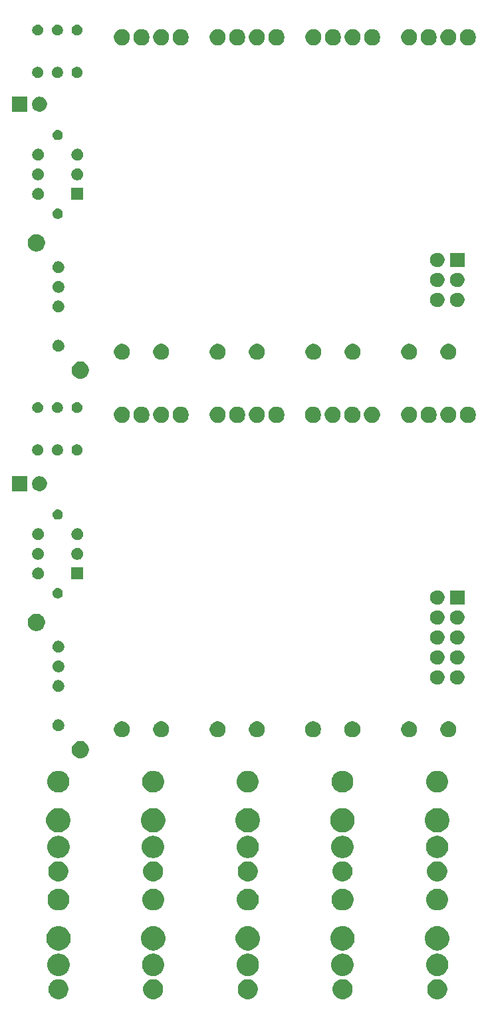
<source format=gbr>
G04 #@! TF.GenerationSoftware,KiCad,Pcbnew,(5.1.5)-3*
G04 #@! TF.CreationDate,2020-04-05T16:27:11-07:00*
G04 #@! TF.ProjectId,adsr-1x2,61647372-2d31-4783-922e-6b696361645f,rev?*
G04 #@! TF.SameCoordinates,Original*
G04 #@! TF.FileFunction,Soldermask,Top*
G04 #@! TF.FilePolarity,Negative*
%FSLAX46Y46*%
G04 Gerber Fmt 4.6, Leading zero omitted, Abs format (unit mm)*
G04 Created by KiCad (PCBNEW (5.1.5)-3) date 2020-04-05 16:27:11*
%MOMM*%
%LPD*%
G04 APERTURE LIST*
%ADD10C,0.100000*%
G04 APERTURE END LIST*
D10*
G36*
X30847465Y-122378439D02*
G01*
X31079227Y-122474438D01*
X31079228Y-122474439D01*
X31287809Y-122613808D01*
X31465192Y-122791191D01*
X31465193Y-122791193D01*
X31604562Y-122999773D01*
X31700561Y-123231535D01*
X31749500Y-123477570D01*
X31749500Y-123728430D01*
X31700561Y-123974465D01*
X31604562Y-124206227D01*
X31604561Y-124206228D01*
X31465192Y-124414809D01*
X31287809Y-124592192D01*
X31182810Y-124662350D01*
X31079227Y-124731562D01*
X30847465Y-124827561D01*
X30601430Y-124876500D01*
X30350570Y-124876500D01*
X30104535Y-124827561D01*
X29872773Y-124731562D01*
X29769190Y-124662350D01*
X29664191Y-124592192D01*
X29486808Y-124414809D01*
X29347439Y-124206228D01*
X29347438Y-124206227D01*
X29251439Y-123974465D01*
X29202500Y-123728430D01*
X29202500Y-123477570D01*
X29251439Y-123231535D01*
X29347438Y-122999773D01*
X29486807Y-122791193D01*
X29486808Y-122791191D01*
X29664191Y-122613808D01*
X29872772Y-122474439D01*
X29872773Y-122474438D01*
X30104535Y-122378439D01*
X30350570Y-122329500D01*
X30601430Y-122329500D01*
X30847465Y-122378439D01*
G37*
G36*
X18789465Y-122378439D02*
G01*
X19021227Y-122474438D01*
X19021228Y-122474439D01*
X19229809Y-122613808D01*
X19407192Y-122791191D01*
X19407193Y-122791193D01*
X19546562Y-122999773D01*
X19642561Y-123231535D01*
X19691500Y-123477570D01*
X19691500Y-123728430D01*
X19642561Y-123974465D01*
X19546562Y-124206227D01*
X19546561Y-124206228D01*
X19407192Y-124414809D01*
X19229809Y-124592192D01*
X19124810Y-124662350D01*
X19021227Y-124731562D01*
X18789465Y-124827561D01*
X18543430Y-124876500D01*
X18292570Y-124876500D01*
X18046535Y-124827561D01*
X17814773Y-124731562D01*
X17711190Y-124662350D01*
X17606191Y-124592192D01*
X17428808Y-124414809D01*
X17289439Y-124206228D01*
X17289438Y-124206227D01*
X17193439Y-123974465D01*
X17144500Y-123728430D01*
X17144500Y-123477570D01*
X17193439Y-123231535D01*
X17289438Y-122999773D01*
X17428807Y-122791193D01*
X17428808Y-122791191D01*
X17606191Y-122613808D01*
X17814772Y-122474439D01*
X17814773Y-122474438D01*
X18046535Y-122378439D01*
X18292570Y-122329500D01*
X18543430Y-122329500D01*
X18789465Y-122378439D01*
G37*
G36*
X6731465Y-122378439D02*
G01*
X6963227Y-122474438D01*
X6963228Y-122474439D01*
X7171809Y-122613808D01*
X7349192Y-122791191D01*
X7349193Y-122791193D01*
X7488562Y-122999773D01*
X7584561Y-123231535D01*
X7633500Y-123477570D01*
X7633500Y-123728430D01*
X7584561Y-123974465D01*
X7488562Y-124206227D01*
X7488561Y-124206228D01*
X7349192Y-124414809D01*
X7171809Y-124592192D01*
X7066810Y-124662350D01*
X6963227Y-124731562D01*
X6731465Y-124827561D01*
X6485430Y-124876500D01*
X6234570Y-124876500D01*
X5988535Y-124827561D01*
X5756773Y-124731562D01*
X5653190Y-124662350D01*
X5548191Y-124592192D01*
X5370808Y-124414809D01*
X5231439Y-124206228D01*
X5231438Y-124206227D01*
X5135439Y-123974465D01*
X5086500Y-123728430D01*
X5086500Y-123477570D01*
X5135439Y-123231535D01*
X5231438Y-122999773D01*
X5370807Y-122791193D01*
X5370808Y-122791191D01*
X5548191Y-122613808D01*
X5756772Y-122474439D01*
X5756773Y-122474438D01*
X5988535Y-122378439D01*
X6234570Y-122329500D01*
X6485430Y-122329500D01*
X6731465Y-122378439D01*
G37*
G36*
X54963465Y-122378439D02*
G01*
X55195227Y-122474438D01*
X55195228Y-122474439D01*
X55403809Y-122613808D01*
X55581192Y-122791191D01*
X55581193Y-122791193D01*
X55720562Y-122999773D01*
X55816561Y-123231535D01*
X55865500Y-123477570D01*
X55865500Y-123728430D01*
X55816561Y-123974465D01*
X55720562Y-124206227D01*
X55720561Y-124206228D01*
X55581192Y-124414809D01*
X55403809Y-124592192D01*
X55298810Y-124662350D01*
X55195227Y-124731562D01*
X54963465Y-124827561D01*
X54717430Y-124876500D01*
X54466570Y-124876500D01*
X54220535Y-124827561D01*
X53988773Y-124731562D01*
X53885190Y-124662350D01*
X53780191Y-124592192D01*
X53602808Y-124414809D01*
X53463439Y-124206228D01*
X53463438Y-124206227D01*
X53367439Y-123974465D01*
X53318500Y-123728430D01*
X53318500Y-123477570D01*
X53367439Y-123231535D01*
X53463438Y-122999773D01*
X53602807Y-122791193D01*
X53602808Y-122791191D01*
X53780191Y-122613808D01*
X53988772Y-122474439D01*
X53988773Y-122474438D01*
X54220535Y-122378439D01*
X54466570Y-122329500D01*
X54717430Y-122329500D01*
X54963465Y-122378439D01*
G37*
G36*
X42905465Y-122378439D02*
G01*
X43137227Y-122474438D01*
X43137228Y-122474439D01*
X43345809Y-122613808D01*
X43523192Y-122791191D01*
X43523193Y-122791193D01*
X43662562Y-122999773D01*
X43758561Y-123231535D01*
X43807500Y-123477570D01*
X43807500Y-123728430D01*
X43758561Y-123974465D01*
X43662562Y-124206227D01*
X43662561Y-124206228D01*
X43523192Y-124414809D01*
X43345809Y-124592192D01*
X43240810Y-124662350D01*
X43137227Y-124731562D01*
X42905465Y-124827561D01*
X42659430Y-124876500D01*
X42408570Y-124876500D01*
X42162535Y-124827561D01*
X41930773Y-124731562D01*
X41827190Y-124662350D01*
X41722191Y-124592192D01*
X41544808Y-124414809D01*
X41405439Y-124206228D01*
X41405438Y-124206227D01*
X41309439Y-123974465D01*
X41260500Y-123728430D01*
X41260500Y-123477570D01*
X41309439Y-123231535D01*
X41405438Y-122999773D01*
X41544807Y-122791193D01*
X41544808Y-122791191D01*
X41722191Y-122613808D01*
X41930772Y-122474439D01*
X41930773Y-122474438D01*
X42162535Y-122378439D01*
X42408570Y-122329500D01*
X42659430Y-122329500D01*
X42905465Y-122378439D01*
G37*
G36*
X42810248Y-119114208D02*
G01*
X42947032Y-119141416D01*
X43204727Y-119248157D01*
X43436647Y-119403121D01*
X43633879Y-119600353D01*
X43788843Y-119832273D01*
X43895584Y-120089968D01*
X43950000Y-120363536D01*
X43950000Y-120642464D01*
X43895584Y-120916032D01*
X43788843Y-121173727D01*
X43633879Y-121405647D01*
X43436647Y-121602879D01*
X43204727Y-121757843D01*
X42947032Y-121864584D01*
X42810248Y-121891792D01*
X42673465Y-121919000D01*
X42394535Y-121919000D01*
X42257752Y-121891792D01*
X42120968Y-121864584D01*
X41863273Y-121757843D01*
X41631353Y-121602879D01*
X41434121Y-121405647D01*
X41279157Y-121173727D01*
X41172416Y-120916032D01*
X41118000Y-120642464D01*
X41118000Y-120363536D01*
X41172416Y-120089968D01*
X41279157Y-119832273D01*
X41434121Y-119600353D01*
X41631353Y-119403121D01*
X41863273Y-119248157D01*
X42120968Y-119141416D01*
X42257752Y-119114208D01*
X42394535Y-119087000D01*
X42673465Y-119087000D01*
X42810248Y-119114208D01*
G37*
G36*
X30752248Y-119114208D02*
G01*
X30889032Y-119141416D01*
X31146727Y-119248157D01*
X31378647Y-119403121D01*
X31575879Y-119600353D01*
X31730843Y-119832273D01*
X31837584Y-120089968D01*
X31892000Y-120363536D01*
X31892000Y-120642464D01*
X31837584Y-120916032D01*
X31730843Y-121173727D01*
X31575879Y-121405647D01*
X31378647Y-121602879D01*
X31146727Y-121757843D01*
X30889032Y-121864584D01*
X30752248Y-121891792D01*
X30615465Y-121919000D01*
X30336535Y-121919000D01*
X30199752Y-121891792D01*
X30062968Y-121864584D01*
X29805273Y-121757843D01*
X29573353Y-121602879D01*
X29376121Y-121405647D01*
X29221157Y-121173727D01*
X29114416Y-120916032D01*
X29060000Y-120642464D01*
X29060000Y-120363536D01*
X29114416Y-120089968D01*
X29221157Y-119832273D01*
X29376121Y-119600353D01*
X29573353Y-119403121D01*
X29805273Y-119248157D01*
X30062968Y-119141416D01*
X30199752Y-119114208D01*
X30336535Y-119087000D01*
X30615465Y-119087000D01*
X30752248Y-119114208D01*
G37*
G36*
X54868248Y-119114208D02*
G01*
X55005032Y-119141416D01*
X55262727Y-119248157D01*
X55494647Y-119403121D01*
X55691879Y-119600353D01*
X55846843Y-119832273D01*
X55953584Y-120089968D01*
X56008000Y-120363536D01*
X56008000Y-120642464D01*
X55953584Y-120916032D01*
X55846843Y-121173727D01*
X55691879Y-121405647D01*
X55494647Y-121602879D01*
X55262727Y-121757843D01*
X55005032Y-121864584D01*
X54868248Y-121891792D01*
X54731465Y-121919000D01*
X54452535Y-121919000D01*
X54315752Y-121891792D01*
X54178968Y-121864584D01*
X53921273Y-121757843D01*
X53689353Y-121602879D01*
X53492121Y-121405647D01*
X53337157Y-121173727D01*
X53230416Y-120916032D01*
X53176000Y-120642464D01*
X53176000Y-120363536D01*
X53230416Y-120089968D01*
X53337157Y-119832273D01*
X53492121Y-119600353D01*
X53689353Y-119403121D01*
X53921273Y-119248157D01*
X54178968Y-119141416D01*
X54315752Y-119114208D01*
X54452535Y-119087000D01*
X54731465Y-119087000D01*
X54868248Y-119114208D01*
G37*
G36*
X18694248Y-119114208D02*
G01*
X18831032Y-119141416D01*
X19088727Y-119248157D01*
X19320647Y-119403121D01*
X19517879Y-119600353D01*
X19672843Y-119832273D01*
X19779584Y-120089968D01*
X19834000Y-120363536D01*
X19834000Y-120642464D01*
X19779584Y-120916032D01*
X19672843Y-121173727D01*
X19517879Y-121405647D01*
X19320647Y-121602879D01*
X19088727Y-121757843D01*
X18831032Y-121864584D01*
X18694248Y-121891792D01*
X18557465Y-121919000D01*
X18278535Y-121919000D01*
X18141752Y-121891792D01*
X18004968Y-121864584D01*
X17747273Y-121757843D01*
X17515353Y-121602879D01*
X17318121Y-121405647D01*
X17163157Y-121173727D01*
X17056416Y-120916032D01*
X17002000Y-120642464D01*
X17002000Y-120363536D01*
X17056416Y-120089968D01*
X17163157Y-119832273D01*
X17318121Y-119600353D01*
X17515353Y-119403121D01*
X17747273Y-119248157D01*
X18004968Y-119141416D01*
X18141752Y-119114208D01*
X18278535Y-119087000D01*
X18557465Y-119087000D01*
X18694248Y-119114208D01*
G37*
G36*
X6636248Y-119114208D02*
G01*
X6773032Y-119141416D01*
X7030727Y-119248157D01*
X7262647Y-119403121D01*
X7459879Y-119600353D01*
X7614843Y-119832273D01*
X7721584Y-120089968D01*
X7776000Y-120363536D01*
X7776000Y-120642464D01*
X7721584Y-120916032D01*
X7614843Y-121173727D01*
X7459879Y-121405647D01*
X7262647Y-121602879D01*
X7030727Y-121757843D01*
X6773032Y-121864584D01*
X6636248Y-121891792D01*
X6499465Y-121919000D01*
X6220535Y-121919000D01*
X6083752Y-121891792D01*
X5946968Y-121864584D01*
X5689273Y-121757843D01*
X5457353Y-121602879D01*
X5260121Y-121405647D01*
X5105157Y-121173727D01*
X4998416Y-120916032D01*
X4944000Y-120642464D01*
X4944000Y-120363536D01*
X4998416Y-120089968D01*
X5105157Y-119832273D01*
X5260121Y-119600353D01*
X5457353Y-119403121D01*
X5689273Y-119248157D01*
X5946968Y-119141416D01*
X6083752Y-119114208D01*
X6220535Y-119087000D01*
X6499465Y-119087000D01*
X6636248Y-119114208D01*
G37*
G36*
X42836585Y-115601802D02*
G01*
X42986410Y-115631604D01*
X43268674Y-115748521D01*
X43522705Y-115918259D01*
X43738741Y-116134295D01*
X43908479Y-116388326D01*
X44025396Y-116670590D01*
X44085000Y-116970240D01*
X44085000Y-117275760D01*
X44025396Y-117575410D01*
X43908479Y-117857674D01*
X43738741Y-118111705D01*
X43522705Y-118327741D01*
X43268674Y-118497479D01*
X42986410Y-118614396D01*
X42836585Y-118644198D01*
X42686761Y-118674000D01*
X42381239Y-118674000D01*
X42231415Y-118644198D01*
X42081590Y-118614396D01*
X41799326Y-118497479D01*
X41545295Y-118327741D01*
X41329259Y-118111705D01*
X41159521Y-117857674D01*
X41042604Y-117575410D01*
X40983000Y-117275760D01*
X40983000Y-116970240D01*
X41042604Y-116670590D01*
X41159521Y-116388326D01*
X41329259Y-116134295D01*
X41545295Y-115918259D01*
X41799326Y-115748521D01*
X42081590Y-115631604D01*
X42231415Y-115601802D01*
X42381239Y-115572000D01*
X42686761Y-115572000D01*
X42836585Y-115601802D01*
G37*
G36*
X54894585Y-115601802D02*
G01*
X55044410Y-115631604D01*
X55326674Y-115748521D01*
X55580705Y-115918259D01*
X55796741Y-116134295D01*
X55966479Y-116388326D01*
X56083396Y-116670590D01*
X56143000Y-116970240D01*
X56143000Y-117275760D01*
X56083396Y-117575410D01*
X55966479Y-117857674D01*
X55796741Y-118111705D01*
X55580705Y-118327741D01*
X55326674Y-118497479D01*
X55044410Y-118614396D01*
X54894585Y-118644198D01*
X54744761Y-118674000D01*
X54439239Y-118674000D01*
X54289415Y-118644198D01*
X54139590Y-118614396D01*
X53857326Y-118497479D01*
X53603295Y-118327741D01*
X53387259Y-118111705D01*
X53217521Y-117857674D01*
X53100604Y-117575410D01*
X53041000Y-117275760D01*
X53041000Y-116970240D01*
X53100604Y-116670590D01*
X53217521Y-116388326D01*
X53387259Y-116134295D01*
X53603295Y-115918259D01*
X53857326Y-115748521D01*
X54139590Y-115631604D01*
X54289415Y-115601802D01*
X54439239Y-115572000D01*
X54744761Y-115572000D01*
X54894585Y-115601802D01*
G37*
G36*
X18720585Y-115601802D02*
G01*
X18870410Y-115631604D01*
X19152674Y-115748521D01*
X19406705Y-115918259D01*
X19622741Y-116134295D01*
X19792479Y-116388326D01*
X19909396Y-116670590D01*
X19969000Y-116970240D01*
X19969000Y-117275760D01*
X19909396Y-117575410D01*
X19792479Y-117857674D01*
X19622741Y-118111705D01*
X19406705Y-118327741D01*
X19152674Y-118497479D01*
X18870410Y-118614396D01*
X18720585Y-118644198D01*
X18570761Y-118674000D01*
X18265239Y-118674000D01*
X18115415Y-118644198D01*
X17965590Y-118614396D01*
X17683326Y-118497479D01*
X17429295Y-118327741D01*
X17213259Y-118111705D01*
X17043521Y-117857674D01*
X16926604Y-117575410D01*
X16867000Y-117275760D01*
X16867000Y-116970240D01*
X16926604Y-116670590D01*
X17043521Y-116388326D01*
X17213259Y-116134295D01*
X17429295Y-115918259D01*
X17683326Y-115748521D01*
X17965590Y-115631604D01*
X18115415Y-115601802D01*
X18265239Y-115572000D01*
X18570761Y-115572000D01*
X18720585Y-115601802D01*
G37*
G36*
X6662585Y-115601802D02*
G01*
X6812410Y-115631604D01*
X7094674Y-115748521D01*
X7348705Y-115918259D01*
X7564741Y-116134295D01*
X7734479Y-116388326D01*
X7851396Y-116670590D01*
X7911000Y-116970240D01*
X7911000Y-117275760D01*
X7851396Y-117575410D01*
X7734479Y-117857674D01*
X7564741Y-118111705D01*
X7348705Y-118327741D01*
X7094674Y-118497479D01*
X6812410Y-118614396D01*
X6662585Y-118644198D01*
X6512761Y-118674000D01*
X6207239Y-118674000D01*
X6057415Y-118644198D01*
X5907590Y-118614396D01*
X5625326Y-118497479D01*
X5371295Y-118327741D01*
X5155259Y-118111705D01*
X4985521Y-117857674D01*
X4868604Y-117575410D01*
X4809000Y-117275760D01*
X4809000Y-116970240D01*
X4868604Y-116670590D01*
X4985521Y-116388326D01*
X5155259Y-116134295D01*
X5371295Y-115918259D01*
X5625326Y-115748521D01*
X5907590Y-115631604D01*
X6057415Y-115601802D01*
X6207239Y-115572000D01*
X6512761Y-115572000D01*
X6662585Y-115601802D01*
G37*
G36*
X30778585Y-115601802D02*
G01*
X30928410Y-115631604D01*
X31210674Y-115748521D01*
X31464705Y-115918259D01*
X31680741Y-116134295D01*
X31850479Y-116388326D01*
X31967396Y-116670590D01*
X32027000Y-116970240D01*
X32027000Y-117275760D01*
X31967396Y-117575410D01*
X31850479Y-117857674D01*
X31680741Y-118111705D01*
X31464705Y-118327741D01*
X31210674Y-118497479D01*
X30928410Y-118614396D01*
X30778585Y-118644198D01*
X30628761Y-118674000D01*
X30323239Y-118674000D01*
X30173415Y-118644198D01*
X30023590Y-118614396D01*
X29741326Y-118497479D01*
X29487295Y-118327741D01*
X29271259Y-118111705D01*
X29101521Y-117857674D01*
X28984604Y-117575410D01*
X28925000Y-117275760D01*
X28925000Y-116970240D01*
X28984604Y-116670590D01*
X29101521Y-116388326D01*
X29271259Y-116134295D01*
X29487295Y-115918259D01*
X29741326Y-115748521D01*
X30023590Y-115631604D01*
X30173415Y-115601802D01*
X30323239Y-115572000D01*
X30628761Y-115572000D01*
X30778585Y-115601802D01*
G37*
G36*
X30746395Y-110843632D02*
G01*
X30880281Y-110870263D01*
X31006399Y-110922503D01*
X31132518Y-110974743D01*
X31359521Y-111126421D01*
X31552579Y-111319479D01*
X31704257Y-111546482D01*
X31808737Y-111798720D01*
X31862000Y-112066490D01*
X31862000Y-112339510D01*
X31808737Y-112607280D01*
X31704257Y-112859518D01*
X31552579Y-113086521D01*
X31359521Y-113279579D01*
X31132518Y-113431257D01*
X31006399Y-113483497D01*
X30880281Y-113535737D01*
X30746395Y-113562368D01*
X30612510Y-113589000D01*
X30339490Y-113589000D01*
X30205605Y-113562368D01*
X30071719Y-113535737D01*
X29945601Y-113483497D01*
X29819482Y-113431257D01*
X29592479Y-113279579D01*
X29399421Y-113086521D01*
X29247743Y-112859518D01*
X29143263Y-112607280D01*
X29090000Y-112339510D01*
X29090000Y-112066490D01*
X29143263Y-111798720D01*
X29247743Y-111546482D01*
X29399421Y-111319479D01*
X29592479Y-111126421D01*
X29819482Y-110974743D01*
X29945601Y-110922503D01*
X30071719Y-110870263D01*
X30205605Y-110843632D01*
X30339490Y-110817000D01*
X30612510Y-110817000D01*
X30746395Y-110843632D01*
G37*
G36*
X18688395Y-110843632D02*
G01*
X18822281Y-110870263D01*
X18948399Y-110922503D01*
X19074518Y-110974743D01*
X19301521Y-111126421D01*
X19494579Y-111319479D01*
X19646257Y-111546482D01*
X19750737Y-111798720D01*
X19804000Y-112066490D01*
X19804000Y-112339510D01*
X19750737Y-112607280D01*
X19646257Y-112859518D01*
X19494579Y-113086521D01*
X19301521Y-113279579D01*
X19074518Y-113431257D01*
X18948399Y-113483497D01*
X18822281Y-113535737D01*
X18688395Y-113562368D01*
X18554510Y-113589000D01*
X18281490Y-113589000D01*
X18147605Y-113562368D01*
X18013719Y-113535737D01*
X17887601Y-113483497D01*
X17761482Y-113431257D01*
X17534479Y-113279579D01*
X17341421Y-113086521D01*
X17189743Y-112859518D01*
X17085263Y-112607280D01*
X17032000Y-112339510D01*
X17032000Y-112066490D01*
X17085263Y-111798720D01*
X17189743Y-111546482D01*
X17341421Y-111319479D01*
X17534479Y-111126421D01*
X17761482Y-110974743D01*
X17887601Y-110922503D01*
X18013719Y-110870263D01*
X18147605Y-110843632D01*
X18281490Y-110817000D01*
X18554510Y-110817000D01*
X18688395Y-110843632D01*
G37*
G36*
X6630395Y-110843632D02*
G01*
X6764281Y-110870263D01*
X6890399Y-110922503D01*
X7016518Y-110974743D01*
X7243521Y-111126421D01*
X7436579Y-111319479D01*
X7588257Y-111546482D01*
X7692737Y-111798720D01*
X7746000Y-112066490D01*
X7746000Y-112339510D01*
X7692737Y-112607280D01*
X7588257Y-112859518D01*
X7436579Y-113086521D01*
X7243521Y-113279579D01*
X7016518Y-113431257D01*
X6890399Y-113483497D01*
X6764281Y-113535737D01*
X6630395Y-113562368D01*
X6496510Y-113589000D01*
X6223490Y-113589000D01*
X6089605Y-113562368D01*
X5955719Y-113535737D01*
X5829601Y-113483497D01*
X5703482Y-113431257D01*
X5476479Y-113279579D01*
X5283421Y-113086521D01*
X5131743Y-112859518D01*
X5027263Y-112607280D01*
X4974000Y-112339510D01*
X4974000Y-112066490D01*
X5027263Y-111798720D01*
X5131743Y-111546482D01*
X5283421Y-111319479D01*
X5476479Y-111126421D01*
X5703482Y-110974743D01*
X5829601Y-110922503D01*
X5955719Y-110870263D01*
X6089605Y-110843632D01*
X6223490Y-110817000D01*
X6496510Y-110817000D01*
X6630395Y-110843632D01*
G37*
G36*
X54862395Y-110843632D02*
G01*
X54996281Y-110870263D01*
X55122399Y-110922503D01*
X55248518Y-110974743D01*
X55475521Y-111126421D01*
X55668579Y-111319479D01*
X55820257Y-111546482D01*
X55924737Y-111798720D01*
X55978000Y-112066490D01*
X55978000Y-112339510D01*
X55924737Y-112607280D01*
X55820257Y-112859518D01*
X55668579Y-113086521D01*
X55475521Y-113279579D01*
X55248518Y-113431257D01*
X55122399Y-113483497D01*
X54996281Y-113535737D01*
X54862395Y-113562368D01*
X54728510Y-113589000D01*
X54455490Y-113589000D01*
X54321605Y-113562368D01*
X54187719Y-113535737D01*
X54061601Y-113483497D01*
X53935482Y-113431257D01*
X53708479Y-113279579D01*
X53515421Y-113086521D01*
X53363743Y-112859518D01*
X53259263Y-112607280D01*
X53206000Y-112339510D01*
X53206000Y-112066490D01*
X53259263Y-111798720D01*
X53363743Y-111546482D01*
X53515421Y-111319479D01*
X53708479Y-111126421D01*
X53935482Y-110974743D01*
X54061601Y-110922503D01*
X54187719Y-110870263D01*
X54321605Y-110843632D01*
X54455490Y-110817000D01*
X54728510Y-110817000D01*
X54862395Y-110843632D01*
G37*
G36*
X42804395Y-110843632D02*
G01*
X42938281Y-110870263D01*
X43064399Y-110922503D01*
X43190518Y-110974743D01*
X43417521Y-111126421D01*
X43610579Y-111319479D01*
X43762257Y-111546482D01*
X43866737Y-111798720D01*
X43920000Y-112066490D01*
X43920000Y-112339510D01*
X43866737Y-112607280D01*
X43762257Y-112859518D01*
X43610579Y-113086521D01*
X43417521Y-113279579D01*
X43190518Y-113431257D01*
X43064399Y-113483497D01*
X42938281Y-113535737D01*
X42804395Y-113562368D01*
X42670510Y-113589000D01*
X42397490Y-113589000D01*
X42263605Y-113562368D01*
X42129719Y-113535737D01*
X42003601Y-113483497D01*
X41877482Y-113431257D01*
X41650479Y-113279579D01*
X41457421Y-113086521D01*
X41305743Y-112859518D01*
X41201263Y-112607280D01*
X41148000Y-112339510D01*
X41148000Y-112066490D01*
X41201263Y-111798720D01*
X41305743Y-111546482D01*
X41457421Y-111319479D01*
X41650479Y-111126421D01*
X41877482Y-110974743D01*
X42003601Y-110922503D01*
X42129719Y-110870263D01*
X42263605Y-110843632D01*
X42397490Y-110817000D01*
X42670510Y-110817000D01*
X42804395Y-110843632D01*
G37*
G36*
X42895465Y-107377439D02*
G01*
X43127227Y-107473438D01*
X43127228Y-107473439D01*
X43335809Y-107612808D01*
X43513192Y-107790191D01*
X43513193Y-107790193D01*
X43652562Y-107998773D01*
X43748561Y-108230535D01*
X43797500Y-108476570D01*
X43797500Y-108727430D01*
X43748561Y-108973465D01*
X43652562Y-109205227D01*
X43652561Y-109205228D01*
X43513192Y-109413809D01*
X43335809Y-109591192D01*
X43230810Y-109661350D01*
X43127227Y-109730562D01*
X42895465Y-109826561D01*
X42649430Y-109875500D01*
X42398570Y-109875500D01*
X42152535Y-109826561D01*
X41920773Y-109730562D01*
X41817190Y-109661350D01*
X41712191Y-109591192D01*
X41534808Y-109413809D01*
X41395439Y-109205228D01*
X41395438Y-109205227D01*
X41299439Y-108973465D01*
X41250500Y-108727430D01*
X41250500Y-108476570D01*
X41299439Y-108230535D01*
X41395438Y-107998773D01*
X41534807Y-107790193D01*
X41534808Y-107790191D01*
X41712191Y-107612808D01*
X41920772Y-107473439D01*
X41920773Y-107473438D01*
X42152535Y-107377439D01*
X42398570Y-107328500D01*
X42649430Y-107328500D01*
X42895465Y-107377439D01*
G37*
G36*
X6721465Y-107377439D02*
G01*
X6953227Y-107473438D01*
X6953228Y-107473439D01*
X7161809Y-107612808D01*
X7339192Y-107790191D01*
X7339193Y-107790193D01*
X7478562Y-107998773D01*
X7574561Y-108230535D01*
X7623500Y-108476570D01*
X7623500Y-108727430D01*
X7574561Y-108973465D01*
X7478562Y-109205227D01*
X7478561Y-109205228D01*
X7339192Y-109413809D01*
X7161809Y-109591192D01*
X7056810Y-109661350D01*
X6953227Y-109730562D01*
X6721465Y-109826561D01*
X6475430Y-109875500D01*
X6224570Y-109875500D01*
X5978535Y-109826561D01*
X5746773Y-109730562D01*
X5643190Y-109661350D01*
X5538191Y-109591192D01*
X5360808Y-109413809D01*
X5221439Y-109205228D01*
X5221438Y-109205227D01*
X5125439Y-108973465D01*
X5076500Y-108727430D01*
X5076500Y-108476570D01*
X5125439Y-108230535D01*
X5221438Y-107998773D01*
X5360807Y-107790193D01*
X5360808Y-107790191D01*
X5538191Y-107612808D01*
X5746772Y-107473439D01*
X5746773Y-107473438D01*
X5978535Y-107377439D01*
X6224570Y-107328500D01*
X6475430Y-107328500D01*
X6721465Y-107377439D01*
G37*
G36*
X30837465Y-107377439D02*
G01*
X31069227Y-107473438D01*
X31069228Y-107473439D01*
X31277809Y-107612808D01*
X31455192Y-107790191D01*
X31455193Y-107790193D01*
X31594562Y-107998773D01*
X31690561Y-108230535D01*
X31739500Y-108476570D01*
X31739500Y-108727430D01*
X31690561Y-108973465D01*
X31594562Y-109205227D01*
X31594561Y-109205228D01*
X31455192Y-109413809D01*
X31277809Y-109591192D01*
X31172810Y-109661350D01*
X31069227Y-109730562D01*
X30837465Y-109826561D01*
X30591430Y-109875500D01*
X30340570Y-109875500D01*
X30094535Y-109826561D01*
X29862773Y-109730562D01*
X29759190Y-109661350D01*
X29654191Y-109591192D01*
X29476808Y-109413809D01*
X29337439Y-109205228D01*
X29337438Y-109205227D01*
X29241439Y-108973465D01*
X29192500Y-108727430D01*
X29192500Y-108476570D01*
X29241439Y-108230535D01*
X29337438Y-107998773D01*
X29476807Y-107790193D01*
X29476808Y-107790191D01*
X29654191Y-107612808D01*
X29862772Y-107473439D01*
X29862773Y-107473438D01*
X30094535Y-107377439D01*
X30340570Y-107328500D01*
X30591430Y-107328500D01*
X30837465Y-107377439D01*
G37*
G36*
X18779465Y-107377439D02*
G01*
X19011227Y-107473438D01*
X19011228Y-107473439D01*
X19219809Y-107612808D01*
X19397192Y-107790191D01*
X19397193Y-107790193D01*
X19536562Y-107998773D01*
X19632561Y-108230535D01*
X19681500Y-108476570D01*
X19681500Y-108727430D01*
X19632561Y-108973465D01*
X19536562Y-109205227D01*
X19536561Y-109205228D01*
X19397192Y-109413809D01*
X19219809Y-109591192D01*
X19114810Y-109661350D01*
X19011227Y-109730562D01*
X18779465Y-109826561D01*
X18533430Y-109875500D01*
X18282570Y-109875500D01*
X18036535Y-109826561D01*
X17804773Y-109730562D01*
X17701190Y-109661350D01*
X17596191Y-109591192D01*
X17418808Y-109413809D01*
X17279439Y-109205228D01*
X17279438Y-109205227D01*
X17183439Y-108973465D01*
X17134500Y-108727430D01*
X17134500Y-108476570D01*
X17183439Y-108230535D01*
X17279438Y-107998773D01*
X17418807Y-107790193D01*
X17418808Y-107790191D01*
X17596191Y-107612808D01*
X17804772Y-107473439D01*
X17804773Y-107473438D01*
X18036535Y-107377439D01*
X18282570Y-107328500D01*
X18533430Y-107328500D01*
X18779465Y-107377439D01*
G37*
G36*
X54953465Y-107377439D02*
G01*
X55185227Y-107473438D01*
X55185228Y-107473439D01*
X55393809Y-107612808D01*
X55571192Y-107790191D01*
X55571193Y-107790193D01*
X55710562Y-107998773D01*
X55806561Y-108230535D01*
X55855500Y-108476570D01*
X55855500Y-108727430D01*
X55806561Y-108973465D01*
X55710562Y-109205227D01*
X55710561Y-109205228D01*
X55571192Y-109413809D01*
X55393809Y-109591192D01*
X55288810Y-109661350D01*
X55185227Y-109730562D01*
X54953465Y-109826561D01*
X54707430Y-109875500D01*
X54456570Y-109875500D01*
X54210535Y-109826561D01*
X53978773Y-109730562D01*
X53875190Y-109661350D01*
X53770191Y-109591192D01*
X53592808Y-109413809D01*
X53453439Y-109205228D01*
X53453438Y-109205227D01*
X53357439Y-108973465D01*
X53308500Y-108727430D01*
X53308500Y-108476570D01*
X53357439Y-108230535D01*
X53453438Y-107998773D01*
X53592807Y-107790193D01*
X53592808Y-107790191D01*
X53770191Y-107612808D01*
X53978772Y-107473439D01*
X53978773Y-107473438D01*
X54210535Y-107377439D01*
X54456570Y-107328500D01*
X54707430Y-107328500D01*
X54953465Y-107377439D01*
G37*
G36*
X6626248Y-104113208D02*
G01*
X6763032Y-104140416D01*
X7020727Y-104247157D01*
X7252647Y-104402121D01*
X7449879Y-104599353D01*
X7604843Y-104831273D01*
X7711584Y-105088968D01*
X7766000Y-105362536D01*
X7766000Y-105641464D01*
X7711584Y-105915032D01*
X7604843Y-106172727D01*
X7449879Y-106404647D01*
X7252647Y-106601879D01*
X7020727Y-106756843D01*
X6763032Y-106863584D01*
X6626248Y-106890792D01*
X6489465Y-106918000D01*
X6210535Y-106918000D01*
X6073752Y-106890792D01*
X5936968Y-106863584D01*
X5679273Y-106756843D01*
X5447353Y-106601879D01*
X5250121Y-106404647D01*
X5095157Y-106172727D01*
X4988416Y-105915032D01*
X4934000Y-105641464D01*
X4934000Y-105362536D01*
X4988416Y-105088968D01*
X5095157Y-104831273D01*
X5250121Y-104599353D01*
X5447353Y-104402121D01*
X5679273Y-104247157D01*
X5936968Y-104140416D01*
X6073752Y-104113208D01*
X6210535Y-104086000D01*
X6489465Y-104086000D01*
X6626248Y-104113208D01*
G37*
G36*
X54858248Y-104113208D02*
G01*
X54995032Y-104140416D01*
X55252727Y-104247157D01*
X55484647Y-104402121D01*
X55681879Y-104599353D01*
X55836843Y-104831273D01*
X55943584Y-105088968D01*
X55998000Y-105362536D01*
X55998000Y-105641464D01*
X55943584Y-105915032D01*
X55836843Y-106172727D01*
X55681879Y-106404647D01*
X55484647Y-106601879D01*
X55252727Y-106756843D01*
X54995032Y-106863584D01*
X54858248Y-106890792D01*
X54721465Y-106918000D01*
X54442535Y-106918000D01*
X54305752Y-106890792D01*
X54168968Y-106863584D01*
X53911273Y-106756843D01*
X53679353Y-106601879D01*
X53482121Y-106404647D01*
X53327157Y-106172727D01*
X53220416Y-105915032D01*
X53166000Y-105641464D01*
X53166000Y-105362536D01*
X53220416Y-105088968D01*
X53327157Y-104831273D01*
X53482121Y-104599353D01*
X53679353Y-104402121D01*
X53911273Y-104247157D01*
X54168968Y-104140416D01*
X54305752Y-104113208D01*
X54442535Y-104086000D01*
X54721465Y-104086000D01*
X54858248Y-104113208D01*
G37*
G36*
X18684248Y-104113208D02*
G01*
X18821032Y-104140416D01*
X19078727Y-104247157D01*
X19310647Y-104402121D01*
X19507879Y-104599353D01*
X19662843Y-104831273D01*
X19769584Y-105088968D01*
X19824000Y-105362536D01*
X19824000Y-105641464D01*
X19769584Y-105915032D01*
X19662843Y-106172727D01*
X19507879Y-106404647D01*
X19310647Y-106601879D01*
X19078727Y-106756843D01*
X18821032Y-106863584D01*
X18684248Y-106890792D01*
X18547465Y-106918000D01*
X18268535Y-106918000D01*
X18131752Y-106890792D01*
X17994968Y-106863584D01*
X17737273Y-106756843D01*
X17505353Y-106601879D01*
X17308121Y-106404647D01*
X17153157Y-106172727D01*
X17046416Y-105915032D01*
X16992000Y-105641464D01*
X16992000Y-105362536D01*
X17046416Y-105088968D01*
X17153157Y-104831273D01*
X17308121Y-104599353D01*
X17505353Y-104402121D01*
X17737273Y-104247157D01*
X17994968Y-104140416D01*
X18131752Y-104113208D01*
X18268535Y-104086000D01*
X18547465Y-104086000D01*
X18684248Y-104113208D01*
G37*
G36*
X42800248Y-104113208D02*
G01*
X42937032Y-104140416D01*
X43194727Y-104247157D01*
X43426647Y-104402121D01*
X43623879Y-104599353D01*
X43778843Y-104831273D01*
X43885584Y-105088968D01*
X43940000Y-105362536D01*
X43940000Y-105641464D01*
X43885584Y-105915032D01*
X43778843Y-106172727D01*
X43623879Y-106404647D01*
X43426647Y-106601879D01*
X43194727Y-106756843D01*
X42937032Y-106863584D01*
X42800248Y-106890792D01*
X42663465Y-106918000D01*
X42384535Y-106918000D01*
X42247752Y-106890792D01*
X42110968Y-106863584D01*
X41853273Y-106756843D01*
X41621353Y-106601879D01*
X41424121Y-106404647D01*
X41269157Y-106172727D01*
X41162416Y-105915032D01*
X41108000Y-105641464D01*
X41108000Y-105362536D01*
X41162416Y-105088968D01*
X41269157Y-104831273D01*
X41424121Y-104599353D01*
X41621353Y-104402121D01*
X41853273Y-104247157D01*
X42110968Y-104140416D01*
X42247752Y-104113208D01*
X42384535Y-104086000D01*
X42663465Y-104086000D01*
X42800248Y-104113208D01*
G37*
G36*
X30742248Y-104113208D02*
G01*
X30879032Y-104140416D01*
X31136727Y-104247157D01*
X31368647Y-104402121D01*
X31565879Y-104599353D01*
X31720843Y-104831273D01*
X31827584Y-105088968D01*
X31882000Y-105362536D01*
X31882000Y-105641464D01*
X31827584Y-105915032D01*
X31720843Y-106172727D01*
X31565879Y-106404647D01*
X31368647Y-106601879D01*
X31136727Y-106756843D01*
X30879032Y-106863584D01*
X30742248Y-106890792D01*
X30605465Y-106918000D01*
X30326535Y-106918000D01*
X30189752Y-106890792D01*
X30052968Y-106863584D01*
X29795273Y-106756843D01*
X29563353Y-106601879D01*
X29366121Y-106404647D01*
X29211157Y-106172727D01*
X29104416Y-105915032D01*
X29050000Y-105641464D01*
X29050000Y-105362536D01*
X29104416Y-105088968D01*
X29211157Y-104831273D01*
X29366121Y-104599353D01*
X29563353Y-104402121D01*
X29795273Y-104247157D01*
X30052968Y-104140416D01*
X30189752Y-104113208D01*
X30326535Y-104086000D01*
X30605465Y-104086000D01*
X30742248Y-104113208D01*
G37*
G36*
X54884585Y-100600802D02*
G01*
X55034410Y-100630604D01*
X55316674Y-100747521D01*
X55570705Y-100917259D01*
X55786741Y-101133295D01*
X55956479Y-101387326D01*
X56073396Y-101669590D01*
X56133000Y-101969240D01*
X56133000Y-102274760D01*
X56073396Y-102574410D01*
X55956479Y-102856674D01*
X55786741Y-103110705D01*
X55570705Y-103326741D01*
X55316674Y-103496479D01*
X55034410Y-103613396D01*
X54884585Y-103643198D01*
X54734761Y-103673000D01*
X54429239Y-103673000D01*
X54279415Y-103643198D01*
X54129590Y-103613396D01*
X53847326Y-103496479D01*
X53593295Y-103326741D01*
X53377259Y-103110705D01*
X53207521Y-102856674D01*
X53090604Y-102574410D01*
X53031000Y-102274760D01*
X53031000Y-101969240D01*
X53090604Y-101669590D01*
X53207521Y-101387326D01*
X53377259Y-101133295D01*
X53593295Y-100917259D01*
X53847326Y-100747521D01*
X54129590Y-100630604D01*
X54279415Y-100600802D01*
X54429239Y-100571000D01*
X54734761Y-100571000D01*
X54884585Y-100600802D01*
G37*
G36*
X18710585Y-100600802D02*
G01*
X18860410Y-100630604D01*
X19142674Y-100747521D01*
X19396705Y-100917259D01*
X19612741Y-101133295D01*
X19782479Y-101387326D01*
X19899396Y-101669590D01*
X19959000Y-101969240D01*
X19959000Y-102274760D01*
X19899396Y-102574410D01*
X19782479Y-102856674D01*
X19612741Y-103110705D01*
X19396705Y-103326741D01*
X19142674Y-103496479D01*
X18860410Y-103613396D01*
X18710585Y-103643198D01*
X18560761Y-103673000D01*
X18255239Y-103673000D01*
X18105415Y-103643198D01*
X17955590Y-103613396D01*
X17673326Y-103496479D01*
X17419295Y-103326741D01*
X17203259Y-103110705D01*
X17033521Y-102856674D01*
X16916604Y-102574410D01*
X16857000Y-102274760D01*
X16857000Y-101969240D01*
X16916604Y-101669590D01*
X17033521Y-101387326D01*
X17203259Y-101133295D01*
X17419295Y-100917259D01*
X17673326Y-100747521D01*
X17955590Y-100630604D01*
X18105415Y-100600802D01*
X18255239Y-100571000D01*
X18560761Y-100571000D01*
X18710585Y-100600802D01*
G37*
G36*
X42826585Y-100600802D02*
G01*
X42976410Y-100630604D01*
X43258674Y-100747521D01*
X43512705Y-100917259D01*
X43728741Y-101133295D01*
X43898479Y-101387326D01*
X44015396Y-101669590D01*
X44075000Y-101969240D01*
X44075000Y-102274760D01*
X44015396Y-102574410D01*
X43898479Y-102856674D01*
X43728741Y-103110705D01*
X43512705Y-103326741D01*
X43258674Y-103496479D01*
X42976410Y-103613396D01*
X42826585Y-103643198D01*
X42676761Y-103673000D01*
X42371239Y-103673000D01*
X42221415Y-103643198D01*
X42071590Y-103613396D01*
X41789326Y-103496479D01*
X41535295Y-103326741D01*
X41319259Y-103110705D01*
X41149521Y-102856674D01*
X41032604Y-102574410D01*
X40973000Y-102274760D01*
X40973000Y-101969240D01*
X41032604Y-101669590D01*
X41149521Y-101387326D01*
X41319259Y-101133295D01*
X41535295Y-100917259D01*
X41789326Y-100747521D01*
X42071590Y-100630604D01*
X42221415Y-100600802D01*
X42371239Y-100571000D01*
X42676761Y-100571000D01*
X42826585Y-100600802D01*
G37*
G36*
X6652585Y-100600802D02*
G01*
X6802410Y-100630604D01*
X7084674Y-100747521D01*
X7338705Y-100917259D01*
X7554741Y-101133295D01*
X7724479Y-101387326D01*
X7841396Y-101669590D01*
X7901000Y-101969240D01*
X7901000Y-102274760D01*
X7841396Y-102574410D01*
X7724479Y-102856674D01*
X7554741Y-103110705D01*
X7338705Y-103326741D01*
X7084674Y-103496479D01*
X6802410Y-103613396D01*
X6652585Y-103643198D01*
X6502761Y-103673000D01*
X6197239Y-103673000D01*
X6047415Y-103643198D01*
X5897590Y-103613396D01*
X5615326Y-103496479D01*
X5361295Y-103326741D01*
X5145259Y-103110705D01*
X4975521Y-102856674D01*
X4858604Y-102574410D01*
X4799000Y-102274760D01*
X4799000Y-101969240D01*
X4858604Y-101669590D01*
X4975521Y-101387326D01*
X5145259Y-101133295D01*
X5361295Y-100917259D01*
X5615326Y-100747521D01*
X5897590Y-100630604D01*
X6047415Y-100600802D01*
X6197239Y-100571000D01*
X6502761Y-100571000D01*
X6652585Y-100600802D01*
G37*
G36*
X30768585Y-100600802D02*
G01*
X30918410Y-100630604D01*
X31200674Y-100747521D01*
X31454705Y-100917259D01*
X31670741Y-101133295D01*
X31840479Y-101387326D01*
X31957396Y-101669590D01*
X32017000Y-101969240D01*
X32017000Y-102274760D01*
X31957396Y-102574410D01*
X31840479Y-102856674D01*
X31670741Y-103110705D01*
X31454705Y-103326741D01*
X31200674Y-103496479D01*
X30918410Y-103613396D01*
X30768585Y-103643198D01*
X30618761Y-103673000D01*
X30313239Y-103673000D01*
X30163415Y-103643198D01*
X30013590Y-103613396D01*
X29731326Y-103496479D01*
X29477295Y-103326741D01*
X29261259Y-103110705D01*
X29091521Y-102856674D01*
X28974604Y-102574410D01*
X28915000Y-102274760D01*
X28915000Y-101969240D01*
X28974604Y-101669590D01*
X29091521Y-101387326D01*
X29261259Y-101133295D01*
X29477295Y-100917259D01*
X29731326Y-100747521D01*
X30013590Y-100630604D01*
X30163415Y-100600802D01*
X30313239Y-100571000D01*
X30618761Y-100571000D01*
X30768585Y-100600802D01*
G37*
G36*
X42794395Y-95842631D02*
G01*
X42928281Y-95869263D01*
X43054399Y-95921503D01*
X43180518Y-95973743D01*
X43407521Y-96125421D01*
X43600579Y-96318479D01*
X43752257Y-96545482D01*
X43856737Y-96797720D01*
X43910000Y-97065490D01*
X43910000Y-97338510D01*
X43856737Y-97606280D01*
X43752257Y-97858518D01*
X43600579Y-98085521D01*
X43407521Y-98278579D01*
X43180518Y-98430257D01*
X43054399Y-98482497D01*
X42928281Y-98534737D01*
X42794395Y-98561369D01*
X42660510Y-98588000D01*
X42387490Y-98588000D01*
X42253605Y-98561369D01*
X42119719Y-98534737D01*
X41993601Y-98482497D01*
X41867482Y-98430257D01*
X41640479Y-98278579D01*
X41447421Y-98085521D01*
X41295743Y-97858518D01*
X41191263Y-97606280D01*
X41138000Y-97338510D01*
X41138000Y-97065490D01*
X41191263Y-96797720D01*
X41295743Y-96545482D01*
X41447421Y-96318479D01*
X41640479Y-96125421D01*
X41867482Y-95973743D01*
X41993601Y-95921503D01*
X42119719Y-95869263D01*
X42253605Y-95842631D01*
X42387490Y-95816000D01*
X42660510Y-95816000D01*
X42794395Y-95842631D01*
G37*
G36*
X18678395Y-95842631D02*
G01*
X18812281Y-95869263D01*
X18938399Y-95921503D01*
X19064518Y-95973743D01*
X19291521Y-96125421D01*
X19484579Y-96318479D01*
X19636257Y-96545482D01*
X19740737Y-96797720D01*
X19794000Y-97065490D01*
X19794000Y-97338510D01*
X19740737Y-97606280D01*
X19636257Y-97858518D01*
X19484579Y-98085521D01*
X19291521Y-98278579D01*
X19064518Y-98430257D01*
X18938399Y-98482497D01*
X18812281Y-98534737D01*
X18678395Y-98561369D01*
X18544510Y-98588000D01*
X18271490Y-98588000D01*
X18137605Y-98561369D01*
X18003719Y-98534737D01*
X17877601Y-98482497D01*
X17751482Y-98430257D01*
X17524479Y-98278579D01*
X17331421Y-98085521D01*
X17179743Y-97858518D01*
X17075263Y-97606280D01*
X17022000Y-97338510D01*
X17022000Y-97065490D01*
X17075263Y-96797720D01*
X17179743Y-96545482D01*
X17331421Y-96318479D01*
X17524479Y-96125421D01*
X17751482Y-95973743D01*
X17877601Y-95921503D01*
X18003719Y-95869263D01*
X18137605Y-95842631D01*
X18271490Y-95816000D01*
X18544510Y-95816000D01*
X18678395Y-95842631D01*
G37*
G36*
X6620395Y-95842631D02*
G01*
X6754281Y-95869263D01*
X6880399Y-95921503D01*
X7006518Y-95973743D01*
X7233521Y-96125421D01*
X7426579Y-96318479D01*
X7578257Y-96545482D01*
X7682737Y-96797720D01*
X7736000Y-97065490D01*
X7736000Y-97338510D01*
X7682737Y-97606280D01*
X7578257Y-97858518D01*
X7426579Y-98085521D01*
X7233521Y-98278579D01*
X7006518Y-98430257D01*
X6880399Y-98482497D01*
X6754281Y-98534737D01*
X6620395Y-98561369D01*
X6486510Y-98588000D01*
X6213490Y-98588000D01*
X6079605Y-98561369D01*
X5945719Y-98534737D01*
X5819601Y-98482497D01*
X5693482Y-98430257D01*
X5466479Y-98278579D01*
X5273421Y-98085521D01*
X5121743Y-97858518D01*
X5017263Y-97606280D01*
X4964000Y-97338510D01*
X4964000Y-97065490D01*
X5017263Y-96797720D01*
X5121743Y-96545482D01*
X5273421Y-96318479D01*
X5466479Y-96125421D01*
X5693482Y-95973743D01*
X5819601Y-95921503D01*
X5945719Y-95869263D01*
X6079605Y-95842631D01*
X6213490Y-95816000D01*
X6486510Y-95816000D01*
X6620395Y-95842631D01*
G37*
G36*
X54852395Y-95842631D02*
G01*
X54986281Y-95869263D01*
X55112399Y-95921503D01*
X55238518Y-95973743D01*
X55465521Y-96125421D01*
X55658579Y-96318479D01*
X55810257Y-96545482D01*
X55914737Y-96797720D01*
X55968000Y-97065490D01*
X55968000Y-97338510D01*
X55914737Y-97606280D01*
X55810257Y-97858518D01*
X55658579Y-98085521D01*
X55465521Y-98278579D01*
X55238518Y-98430257D01*
X55112399Y-98482497D01*
X54986281Y-98534737D01*
X54852395Y-98561369D01*
X54718510Y-98588000D01*
X54445490Y-98588000D01*
X54311605Y-98561369D01*
X54177719Y-98534737D01*
X54051601Y-98482497D01*
X53925482Y-98430257D01*
X53698479Y-98278579D01*
X53505421Y-98085521D01*
X53353743Y-97858518D01*
X53249263Y-97606280D01*
X53196000Y-97338510D01*
X53196000Y-97065490D01*
X53249263Y-96797720D01*
X53353743Y-96545482D01*
X53505421Y-96318479D01*
X53698479Y-96125421D01*
X53925482Y-95973743D01*
X54051601Y-95921503D01*
X54177719Y-95869263D01*
X54311605Y-95842631D01*
X54445490Y-95816000D01*
X54718510Y-95816000D01*
X54852395Y-95842631D01*
G37*
G36*
X30736395Y-95842631D02*
G01*
X30870281Y-95869263D01*
X30996399Y-95921503D01*
X31122518Y-95973743D01*
X31349521Y-96125421D01*
X31542579Y-96318479D01*
X31694257Y-96545482D01*
X31798737Y-96797720D01*
X31852000Y-97065490D01*
X31852000Y-97338510D01*
X31798737Y-97606280D01*
X31694257Y-97858518D01*
X31542579Y-98085521D01*
X31349521Y-98278579D01*
X31122518Y-98430257D01*
X30996399Y-98482497D01*
X30870281Y-98534737D01*
X30736395Y-98561369D01*
X30602510Y-98588000D01*
X30329490Y-98588000D01*
X30195605Y-98561369D01*
X30061719Y-98534737D01*
X29935601Y-98482497D01*
X29809482Y-98430257D01*
X29582479Y-98278579D01*
X29389421Y-98085521D01*
X29237743Y-97858518D01*
X29133263Y-97606280D01*
X29080000Y-97338510D01*
X29080000Y-97065490D01*
X29133263Y-96797720D01*
X29237743Y-96545482D01*
X29389421Y-96318479D01*
X29582479Y-96125421D01*
X29809482Y-95973743D01*
X29935601Y-95921503D01*
X30061719Y-95869263D01*
X30195605Y-95842631D01*
X30329490Y-95816000D01*
X30602510Y-95816000D01*
X30736395Y-95842631D01*
G37*
G36*
X9364794Y-92063155D02*
G01*
X9471150Y-92084311D01*
X9671520Y-92167307D01*
X9851844Y-92287795D01*
X10005205Y-92441156D01*
X10125693Y-92621480D01*
X10208689Y-92821851D01*
X10251000Y-93034560D01*
X10251000Y-93251440D01*
X10208689Y-93464149D01*
X10125693Y-93664520D01*
X10005205Y-93844844D01*
X9851844Y-93998205D01*
X9671520Y-94118693D01*
X9571334Y-94160191D01*
X9471150Y-94201689D01*
X9364794Y-94222845D01*
X9258440Y-94244000D01*
X9041560Y-94244000D01*
X8935206Y-94222845D01*
X8828850Y-94201689D01*
X8728666Y-94160191D01*
X8628480Y-94118693D01*
X8448156Y-93998205D01*
X8294795Y-93844844D01*
X8174307Y-93664520D01*
X8091311Y-93464149D01*
X8049000Y-93251440D01*
X8049000Y-93034560D01*
X8091311Y-92821851D01*
X8174307Y-92621480D01*
X8294795Y-92441156D01*
X8448156Y-92287795D01*
X8628480Y-92167307D01*
X8828850Y-92084311D01*
X8935206Y-92063155D01*
X9041560Y-92042000D01*
X9258440Y-92042000D01*
X9364794Y-92063155D01*
G37*
G36*
X51306272Y-89559428D02*
G01*
X51492991Y-89636770D01*
X51492993Y-89636771D01*
X51661037Y-89749054D01*
X51803946Y-89891963D01*
X51855442Y-89969033D01*
X51916230Y-90060009D01*
X51993572Y-90246728D01*
X52033000Y-90444947D01*
X52033000Y-90647053D01*
X51993572Y-90845272D01*
X51916230Y-91031991D01*
X51916229Y-91031993D01*
X51803946Y-91200037D01*
X51661037Y-91342946D01*
X51492993Y-91455229D01*
X51492992Y-91455230D01*
X51492991Y-91455230D01*
X51306272Y-91532572D01*
X51108053Y-91572000D01*
X50905947Y-91572000D01*
X50707728Y-91532572D01*
X50521009Y-91455230D01*
X50521008Y-91455230D01*
X50521007Y-91455229D01*
X50352963Y-91342946D01*
X50210054Y-91200037D01*
X50097771Y-91031993D01*
X50097770Y-91031991D01*
X50020428Y-90845272D01*
X49981000Y-90647053D01*
X49981000Y-90444947D01*
X50020428Y-90246728D01*
X50097770Y-90060009D01*
X50158558Y-89969033D01*
X50210054Y-89891963D01*
X50352963Y-89749054D01*
X50521007Y-89636771D01*
X50521009Y-89636770D01*
X50707728Y-89559428D01*
X50905947Y-89520000D01*
X51108053Y-89520000D01*
X51306272Y-89559428D01*
G37*
G36*
X44077272Y-89559428D02*
G01*
X44263991Y-89636770D01*
X44263993Y-89636771D01*
X44432037Y-89749054D01*
X44574946Y-89891963D01*
X44626442Y-89969033D01*
X44687230Y-90060009D01*
X44764572Y-90246728D01*
X44804000Y-90444947D01*
X44804000Y-90647053D01*
X44764572Y-90845272D01*
X44687230Y-91031991D01*
X44687229Y-91031993D01*
X44574946Y-91200037D01*
X44432037Y-91342946D01*
X44263993Y-91455229D01*
X44263992Y-91455230D01*
X44263991Y-91455230D01*
X44077272Y-91532572D01*
X43879053Y-91572000D01*
X43676947Y-91572000D01*
X43478728Y-91532572D01*
X43292009Y-91455230D01*
X43292008Y-91455230D01*
X43292007Y-91455229D01*
X43123963Y-91342946D01*
X42981054Y-91200037D01*
X42868771Y-91031993D01*
X42868770Y-91031991D01*
X42791428Y-90845272D01*
X42752000Y-90647053D01*
X42752000Y-90444947D01*
X42791428Y-90246728D01*
X42868770Y-90060009D01*
X42929558Y-89969033D01*
X42981054Y-89891963D01*
X43123963Y-89749054D01*
X43292007Y-89636771D01*
X43292009Y-89636770D01*
X43478728Y-89559428D01*
X43676947Y-89520000D01*
X43879053Y-89520000D01*
X44077272Y-89559428D01*
G37*
G36*
X39077272Y-89559428D02*
G01*
X39263991Y-89636770D01*
X39263993Y-89636771D01*
X39432037Y-89749054D01*
X39574946Y-89891963D01*
X39626442Y-89969033D01*
X39687230Y-90060009D01*
X39764572Y-90246728D01*
X39804000Y-90444947D01*
X39804000Y-90647053D01*
X39764572Y-90845272D01*
X39687230Y-91031991D01*
X39687229Y-91031993D01*
X39574946Y-91200037D01*
X39432037Y-91342946D01*
X39263993Y-91455229D01*
X39263992Y-91455230D01*
X39263991Y-91455230D01*
X39077272Y-91532572D01*
X38879053Y-91572000D01*
X38676947Y-91572000D01*
X38478728Y-91532572D01*
X38292009Y-91455230D01*
X38292008Y-91455230D01*
X38292007Y-91455229D01*
X38123963Y-91342946D01*
X37981054Y-91200037D01*
X37868771Y-91031993D01*
X37868770Y-91031991D01*
X37791428Y-90845272D01*
X37752000Y-90647053D01*
X37752000Y-90444947D01*
X37791428Y-90246728D01*
X37868770Y-90060009D01*
X37929558Y-89969033D01*
X37981054Y-89891963D01*
X38123963Y-89749054D01*
X38292007Y-89636771D01*
X38292009Y-89636770D01*
X38478728Y-89559428D01*
X38676947Y-89520000D01*
X38879053Y-89520000D01*
X39077272Y-89559428D01*
G37*
G36*
X19730272Y-89559428D02*
G01*
X19916991Y-89636770D01*
X19916993Y-89636771D01*
X20085037Y-89749054D01*
X20227946Y-89891963D01*
X20279442Y-89969033D01*
X20340230Y-90060009D01*
X20417572Y-90246728D01*
X20457000Y-90444947D01*
X20457000Y-90647053D01*
X20417572Y-90845272D01*
X20340230Y-91031991D01*
X20340229Y-91031993D01*
X20227946Y-91200037D01*
X20085037Y-91342946D01*
X19916993Y-91455229D01*
X19916992Y-91455230D01*
X19916991Y-91455230D01*
X19730272Y-91532572D01*
X19532053Y-91572000D01*
X19329947Y-91572000D01*
X19131728Y-91532572D01*
X18945009Y-91455230D01*
X18945008Y-91455230D01*
X18945007Y-91455229D01*
X18776963Y-91342946D01*
X18634054Y-91200037D01*
X18521771Y-91031993D01*
X18521770Y-91031991D01*
X18444428Y-90845272D01*
X18405000Y-90647053D01*
X18405000Y-90444947D01*
X18444428Y-90246728D01*
X18521770Y-90060009D01*
X18582558Y-89969033D01*
X18634054Y-89891963D01*
X18776963Y-89749054D01*
X18945007Y-89636771D01*
X18945009Y-89636770D01*
X19131728Y-89559428D01*
X19329947Y-89520000D01*
X19532053Y-89520000D01*
X19730272Y-89559428D01*
G37*
G36*
X14730272Y-89559428D02*
G01*
X14916991Y-89636770D01*
X14916993Y-89636771D01*
X15085037Y-89749054D01*
X15227946Y-89891963D01*
X15279442Y-89969033D01*
X15340230Y-90060009D01*
X15417572Y-90246728D01*
X15457000Y-90444947D01*
X15457000Y-90647053D01*
X15417572Y-90845272D01*
X15340230Y-91031991D01*
X15340229Y-91031993D01*
X15227946Y-91200037D01*
X15085037Y-91342946D01*
X14916993Y-91455229D01*
X14916992Y-91455230D01*
X14916991Y-91455230D01*
X14730272Y-91532572D01*
X14532053Y-91572000D01*
X14329947Y-91572000D01*
X14131728Y-91532572D01*
X13945009Y-91455230D01*
X13945008Y-91455230D01*
X13945007Y-91455229D01*
X13776963Y-91342946D01*
X13634054Y-91200037D01*
X13521771Y-91031993D01*
X13521770Y-91031991D01*
X13444428Y-90845272D01*
X13405000Y-90647053D01*
X13405000Y-90444947D01*
X13444428Y-90246728D01*
X13521770Y-90060009D01*
X13582558Y-89969033D01*
X13634054Y-89891963D01*
X13776963Y-89749054D01*
X13945007Y-89636771D01*
X13945009Y-89636770D01*
X14131728Y-89559428D01*
X14329947Y-89520000D01*
X14532053Y-89520000D01*
X14730272Y-89559428D01*
G37*
G36*
X31922272Y-89559428D02*
G01*
X32108991Y-89636770D01*
X32108993Y-89636771D01*
X32277037Y-89749054D01*
X32419946Y-89891963D01*
X32471442Y-89969033D01*
X32532230Y-90060009D01*
X32609572Y-90246728D01*
X32649000Y-90444947D01*
X32649000Y-90647053D01*
X32609572Y-90845272D01*
X32532230Y-91031991D01*
X32532229Y-91031993D01*
X32419946Y-91200037D01*
X32277037Y-91342946D01*
X32108993Y-91455229D01*
X32108992Y-91455230D01*
X32108991Y-91455230D01*
X31922272Y-91532572D01*
X31724053Y-91572000D01*
X31521947Y-91572000D01*
X31323728Y-91532572D01*
X31137009Y-91455230D01*
X31137008Y-91455230D01*
X31137007Y-91455229D01*
X30968963Y-91342946D01*
X30826054Y-91200037D01*
X30713771Y-91031993D01*
X30713770Y-91031991D01*
X30636428Y-90845272D01*
X30597000Y-90647053D01*
X30597000Y-90444947D01*
X30636428Y-90246728D01*
X30713770Y-90060009D01*
X30774558Y-89969033D01*
X30826054Y-89891963D01*
X30968963Y-89749054D01*
X31137007Y-89636771D01*
X31137009Y-89636770D01*
X31323728Y-89559428D01*
X31521947Y-89520000D01*
X31724053Y-89520000D01*
X31922272Y-89559428D01*
G37*
G36*
X26922272Y-89559428D02*
G01*
X27108991Y-89636770D01*
X27108993Y-89636771D01*
X27277037Y-89749054D01*
X27419946Y-89891963D01*
X27471442Y-89969033D01*
X27532230Y-90060009D01*
X27609572Y-90246728D01*
X27649000Y-90444947D01*
X27649000Y-90647053D01*
X27609572Y-90845272D01*
X27532230Y-91031991D01*
X27532229Y-91031993D01*
X27419946Y-91200037D01*
X27277037Y-91342946D01*
X27108993Y-91455229D01*
X27108992Y-91455230D01*
X27108991Y-91455230D01*
X26922272Y-91532572D01*
X26724053Y-91572000D01*
X26521947Y-91572000D01*
X26323728Y-91532572D01*
X26137009Y-91455230D01*
X26137008Y-91455230D01*
X26137007Y-91455229D01*
X25968963Y-91342946D01*
X25826054Y-91200037D01*
X25713771Y-91031993D01*
X25713770Y-91031991D01*
X25636428Y-90845272D01*
X25597000Y-90647053D01*
X25597000Y-90444947D01*
X25636428Y-90246728D01*
X25713770Y-90060009D01*
X25774558Y-89969033D01*
X25826054Y-89891963D01*
X25968963Y-89749054D01*
X26137007Y-89636771D01*
X26137009Y-89636770D01*
X26323728Y-89559428D01*
X26521947Y-89520000D01*
X26724053Y-89520000D01*
X26922272Y-89559428D01*
G37*
G36*
X56306272Y-89559428D02*
G01*
X56492991Y-89636770D01*
X56492993Y-89636771D01*
X56661037Y-89749054D01*
X56803946Y-89891963D01*
X56855442Y-89969033D01*
X56916230Y-90060009D01*
X56993572Y-90246728D01*
X57033000Y-90444947D01*
X57033000Y-90647053D01*
X56993572Y-90845272D01*
X56916230Y-91031991D01*
X56916229Y-91031993D01*
X56803946Y-91200037D01*
X56661037Y-91342946D01*
X56492993Y-91455229D01*
X56492992Y-91455230D01*
X56492991Y-91455230D01*
X56306272Y-91532572D01*
X56108053Y-91572000D01*
X55905947Y-91572000D01*
X55707728Y-91532572D01*
X55521009Y-91455230D01*
X55521008Y-91455230D01*
X55521007Y-91455229D01*
X55352963Y-91342946D01*
X55210054Y-91200037D01*
X55097771Y-91031993D01*
X55097770Y-91031991D01*
X55020428Y-90845272D01*
X54981000Y-90647053D01*
X54981000Y-90444947D01*
X55020428Y-90246728D01*
X55097770Y-90060009D01*
X55158558Y-89969033D01*
X55210054Y-89891963D01*
X55352963Y-89749054D01*
X55521007Y-89636771D01*
X55521009Y-89636770D01*
X55707728Y-89559428D01*
X55905947Y-89520000D01*
X56108053Y-89520000D01*
X56306272Y-89559428D01*
G37*
G36*
X6569059Y-89320860D02*
G01*
X6705732Y-89377472D01*
X6828735Y-89459660D01*
X6933340Y-89564265D01*
X7015528Y-89687268D01*
X7072140Y-89823941D01*
X7101000Y-89969033D01*
X7101000Y-90116967D01*
X7072140Y-90262059D01*
X7015528Y-90398732D01*
X6933340Y-90521735D01*
X6828735Y-90626340D01*
X6705732Y-90708528D01*
X6705731Y-90708529D01*
X6705730Y-90708529D01*
X6569059Y-90765140D01*
X6423968Y-90794000D01*
X6276032Y-90794000D01*
X6130941Y-90765140D01*
X5994270Y-90708529D01*
X5994269Y-90708529D01*
X5994268Y-90708528D01*
X5871265Y-90626340D01*
X5766660Y-90521735D01*
X5684472Y-90398732D01*
X5627860Y-90262059D01*
X5599000Y-90116967D01*
X5599000Y-89969033D01*
X5627860Y-89823941D01*
X5684472Y-89687268D01*
X5766660Y-89564265D01*
X5871265Y-89459660D01*
X5994268Y-89377472D01*
X6130941Y-89320860D01*
X6276032Y-89292000D01*
X6423968Y-89292000D01*
X6569059Y-89320860D01*
G37*
G36*
X6569059Y-84320860D02*
G01*
X6705732Y-84377472D01*
X6828735Y-84459660D01*
X6933340Y-84564265D01*
X6995582Y-84657417D01*
X7015529Y-84687270D01*
X7044623Y-84757509D01*
X7072140Y-84823941D01*
X7101000Y-84969033D01*
X7101000Y-85116967D01*
X7072140Y-85262059D01*
X7015528Y-85398732D01*
X6933340Y-85521735D01*
X6828735Y-85626340D01*
X6705732Y-85708528D01*
X6705731Y-85708529D01*
X6705730Y-85708529D01*
X6569059Y-85765140D01*
X6423968Y-85794000D01*
X6276032Y-85794000D01*
X6130941Y-85765140D01*
X5994270Y-85708529D01*
X5994269Y-85708529D01*
X5994268Y-85708528D01*
X5871265Y-85626340D01*
X5766660Y-85521735D01*
X5684472Y-85398732D01*
X5627860Y-85262059D01*
X5599000Y-85116967D01*
X5599000Y-84969033D01*
X5627860Y-84823941D01*
X5655377Y-84757509D01*
X5684471Y-84687270D01*
X5704418Y-84657417D01*
X5766660Y-84564265D01*
X5871265Y-84459660D01*
X5994268Y-84377472D01*
X6130941Y-84320860D01*
X6276032Y-84292000D01*
X6423968Y-84292000D01*
X6569059Y-84320860D01*
G37*
G36*
X57416778Y-83067547D02*
G01*
X57583224Y-83136491D01*
X57733022Y-83236583D01*
X57860417Y-83363978D01*
X57960509Y-83513776D01*
X58029453Y-83680222D01*
X58064600Y-83856918D01*
X58064600Y-84037082D01*
X58029453Y-84213778D01*
X57960509Y-84380224D01*
X57860417Y-84530022D01*
X57733022Y-84657417D01*
X57583224Y-84757509D01*
X57416778Y-84826453D01*
X57240082Y-84861600D01*
X57059918Y-84861600D01*
X56883222Y-84826453D01*
X56716776Y-84757509D01*
X56566978Y-84657417D01*
X56439583Y-84530022D01*
X56339491Y-84380224D01*
X56270547Y-84213778D01*
X56235400Y-84037082D01*
X56235400Y-83856918D01*
X56270547Y-83680222D01*
X56339491Y-83513776D01*
X56439583Y-83363978D01*
X56566978Y-83236583D01*
X56716776Y-83136491D01*
X56883222Y-83067547D01*
X57059918Y-83032400D01*
X57240082Y-83032400D01*
X57416778Y-83067547D01*
G37*
G36*
X54876778Y-83067547D02*
G01*
X55043224Y-83136491D01*
X55193022Y-83236583D01*
X55320417Y-83363978D01*
X55420509Y-83513776D01*
X55489453Y-83680222D01*
X55524600Y-83856918D01*
X55524600Y-84037082D01*
X55489453Y-84213778D01*
X55420509Y-84380224D01*
X55320417Y-84530022D01*
X55193022Y-84657417D01*
X55043224Y-84757509D01*
X54876778Y-84826453D01*
X54700082Y-84861600D01*
X54519918Y-84861600D01*
X54343222Y-84826453D01*
X54176776Y-84757509D01*
X54026978Y-84657417D01*
X53899583Y-84530022D01*
X53799491Y-84380224D01*
X53730547Y-84213778D01*
X53695400Y-84037082D01*
X53695400Y-83856918D01*
X53730547Y-83680222D01*
X53799491Y-83513776D01*
X53899583Y-83363978D01*
X54026978Y-83236583D01*
X54176776Y-83136491D01*
X54343222Y-83067547D01*
X54519918Y-83032400D01*
X54700082Y-83032400D01*
X54876778Y-83067547D01*
G37*
G36*
X6569059Y-81820860D02*
G01*
X6705732Y-81877472D01*
X6828735Y-81959660D01*
X6933340Y-82064265D01*
X6933341Y-82064267D01*
X7015529Y-82187270D01*
X7056612Y-82286453D01*
X7072140Y-82323941D01*
X7101000Y-82469033D01*
X7101000Y-82616967D01*
X7072140Y-82762059D01*
X7015528Y-82898732D01*
X6933340Y-83021735D01*
X6828735Y-83126340D01*
X6705732Y-83208528D01*
X6705731Y-83208529D01*
X6705730Y-83208529D01*
X6569059Y-83265140D01*
X6423968Y-83294000D01*
X6276032Y-83294000D01*
X6130941Y-83265140D01*
X5994270Y-83208529D01*
X5994269Y-83208529D01*
X5994268Y-83208528D01*
X5871265Y-83126340D01*
X5766660Y-83021735D01*
X5684472Y-82898732D01*
X5627860Y-82762059D01*
X5599000Y-82616967D01*
X5599000Y-82469033D01*
X5627860Y-82323941D01*
X5643388Y-82286453D01*
X5684471Y-82187270D01*
X5766659Y-82064267D01*
X5766660Y-82064265D01*
X5871265Y-81959660D01*
X5994268Y-81877472D01*
X6130941Y-81820860D01*
X6276032Y-81792000D01*
X6423968Y-81792000D01*
X6569059Y-81820860D01*
G37*
G36*
X54876778Y-80527547D02*
G01*
X55043224Y-80596491D01*
X55193022Y-80696583D01*
X55320417Y-80823978D01*
X55420509Y-80973776D01*
X55489453Y-81140222D01*
X55524600Y-81316918D01*
X55524600Y-81497082D01*
X55489453Y-81673778D01*
X55420509Y-81840224D01*
X55320417Y-81990022D01*
X55193022Y-82117417D01*
X55043224Y-82217509D01*
X54876778Y-82286453D01*
X54700082Y-82321600D01*
X54519918Y-82321600D01*
X54343222Y-82286453D01*
X54176776Y-82217509D01*
X54026978Y-82117417D01*
X53899583Y-81990022D01*
X53799491Y-81840224D01*
X53730547Y-81673778D01*
X53695400Y-81497082D01*
X53695400Y-81316918D01*
X53730547Y-81140222D01*
X53799491Y-80973776D01*
X53899583Y-80823978D01*
X54026978Y-80696583D01*
X54176776Y-80596491D01*
X54343222Y-80527547D01*
X54519918Y-80492400D01*
X54700082Y-80492400D01*
X54876778Y-80527547D01*
G37*
G36*
X57416778Y-80527547D02*
G01*
X57583224Y-80596491D01*
X57733022Y-80696583D01*
X57860417Y-80823978D01*
X57960509Y-80973776D01*
X58029453Y-81140222D01*
X58064600Y-81316918D01*
X58064600Y-81497082D01*
X58029453Y-81673778D01*
X57960509Y-81840224D01*
X57860417Y-81990022D01*
X57733022Y-82117417D01*
X57583224Y-82217509D01*
X57416778Y-82286453D01*
X57240082Y-82321600D01*
X57059918Y-82321600D01*
X56883222Y-82286453D01*
X56716776Y-82217509D01*
X56566978Y-82117417D01*
X56439583Y-81990022D01*
X56339491Y-81840224D01*
X56270547Y-81673778D01*
X56235400Y-81497082D01*
X56235400Y-81316918D01*
X56270547Y-81140222D01*
X56339491Y-80973776D01*
X56439583Y-80823978D01*
X56566978Y-80696583D01*
X56716776Y-80596491D01*
X56883222Y-80527547D01*
X57059918Y-80492400D01*
X57240082Y-80492400D01*
X57416778Y-80527547D01*
G37*
G36*
X6465313Y-79300224D02*
G01*
X6569059Y-79320860D01*
X6705732Y-79377472D01*
X6828735Y-79459660D01*
X6933340Y-79564265D01*
X7015528Y-79687268D01*
X7072140Y-79823941D01*
X7101000Y-79969033D01*
X7101000Y-80116967D01*
X7072140Y-80262059D01*
X7015528Y-80398732D01*
X6933340Y-80521735D01*
X6828735Y-80626340D01*
X6705732Y-80708528D01*
X6705731Y-80708529D01*
X6705730Y-80708529D01*
X6569059Y-80765140D01*
X6423968Y-80794000D01*
X6276032Y-80794000D01*
X6130941Y-80765140D01*
X5994270Y-80708529D01*
X5994269Y-80708529D01*
X5994268Y-80708528D01*
X5871265Y-80626340D01*
X5766660Y-80521735D01*
X5684472Y-80398732D01*
X5627860Y-80262059D01*
X5599000Y-80116967D01*
X5599000Y-79969033D01*
X5627860Y-79823941D01*
X5684472Y-79687268D01*
X5766660Y-79564265D01*
X5871265Y-79459660D01*
X5994268Y-79377472D01*
X6130941Y-79320860D01*
X6234687Y-79300224D01*
X6276032Y-79292000D01*
X6423968Y-79292000D01*
X6465313Y-79300224D01*
G37*
G36*
X54876778Y-77987547D02*
G01*
X55043224Y-78056491D01*
X55193022Y-78156583D01*
X55320417Y-78283978D01*
X55420509Y-78433776D01*
X55489453Y-78600222D01*
X55524600Y-78776918D01*
X55524600Y-78957082D01*
X55489453Y-79133778D01*
X55420509Y-79300224D01*
X55320417Y-79450022D01*
X55193022Y-79577417D01*
X55043224Y-79677509D01*
X54876778Y-79746453D01*
X54700082Y-79781600D01*
X54519918Y-79781600D01*
X54343222Y-79746453D01*
X54176776Y-79677509D01*
X54026978Y-79577417D01*
X53899583Y-79450022D01*
X53799491Y-79300224D01*
X53730547Y-79133778D01*
X53695400Y-78957082D01*
X53695400Y-78776918D01*
X53730547Y-78600222D01*
X53799491Y-78433776D01*
X53899583Y-78283978D01*
X54026978Y-78156583D01*
X54176776Y-78056491D01*
X54343222Y-77987547D01*
X54519918Y-77952400D01*
X54700082Y-77952400D01*
X54876778Y-77987547D01*
G37*
G36*
X57416778Y-77987547D02*
G01*
X57583224Y-78056491D01*
X57733022Y-78156583D01*
X57860417Y-78283978D01*
X57960509Y-78433776D01*
X58029453Y-78600222D01*
X58064600Y-78776918D01*
X58064600Y-78957082D01*
X58029453Y-79133778D01*
X57960509Y-79300224D01*
X57860417Y-79450022D01*
X57733022Y-79577417D01*
X57583224Y-79677509D01*
X57416778Y-79746453D01*
X57240082Y-79781600D01*
X57059918Y-79781600D01*
X56883222Y-79746453D01*
X56716776Y-79677509D01*
X56566978Y-79577417D01*
X56439583Y-79450022D01*
X56339491Y-79300224D01*
X56270547Y-79133778D01*
X56235400Y-78957082D01*
X56235400Y-78776918D01*
X56270547Y-78600222D01*
X56339491Y-78433776D01*
X56439583Y-78283978D01*
X56566978Y-78156583D01*
X56716776Y-78056491D01*
X56883222Y-77987547D01*
X57059918Y-77952400D01*
X57240082Y-77952400D01*
X57416778Y-77987547D01*
G37*
G36*
X3764795Y-75863156D02*
G01*
X3871150Y-75884311D01*
X3894000Y-75893776D01*
X4071520Y-75967307D01*
X4251844Y-76087795D01*
X4405205Y-76241156D01*
X4525693Y-76421480D01*
X4525693Y-76421481D01*
X4597062Y-76593779D01*
X4608689Y-76621851D01*
X4651000Y-76834560D01*
X4651000Y-77051440D01*
X4608689Y-77264149D01*
X4525693Y-77464520D01*
X4405205Y-77644844D01*
X4251844Y-77798205D01*
X4071520Y-77918693D01*
X3990144Y-77952400D01*
X3871150Y-78001689D01*
X3764795Y-78022844D01*
X3658440Y-78044000D01*
X3441560Y-78044000D01*
X3335205Y-78022844D01*
X3228850Y-78001689D01*
X3109856Y-77952400D01*
X3028480Y-77918693D01*
X2848156Y-77798205D01*
X2694795Y-77644844D01*
X2574307Y-77464520D01*
X2491311Y-77264149D01*
X2449000Y-77051440D01*
X2449000Y-76834560D01*
X2491311Y-76621851D01*
X2502939Y-76593779D01*
X2574307Y-76421481D01*
X2574307Y-76421480D01*
X2694795Y-76241156D01*
X2848156Y-76087795D01*
X3028480Y-75967307D01*
X3206000Y-75893776D01*
X3228850Y-75884311D01*
X3335205Y-75863156D01*
X3441560Y-75842000D01*
X3658440Y-75842000D01*
X3764795Y-75863156D01*
G37*
G36*
X57416778Y-75447547D02*
G01*
X57583224Y-75516491D01*
X57733022Y-75616583D01*
X57860417Y-75743978D01*
X57960509Y-75893776D01*
X58029453Y-76060222D01*
X58064600Y-76236918D01*
X58064600Y-76417082D01*
X58029453Y-76593778D01*
X57960509Y-76760224D01*
X57860417Y-76910022D01*
X57733022Y-77037417D01*
X57583224Y-77137509D01*
X57416778Y-77206453D01*
X57240082Y-77241600D01*
X57059918Y-77241600D01*
X56883222Y-77206453D01*
X56716776Y-77137509D01*
X56566978Y-77037417D01*
X56439583Y-76910022D01*
X56339491Y-76760224D01*
X56270547Y-76593778D01*
X56235400Y-76417082D01*
X56235400Y-76236918D01*
X56270547Y-76060222D01*
X56339491Y-75893776D01*
X56439583Y-75743978D01*
X56566978Y-75616583D01*
X56716776Y-75516491D01*
X56883222Y-75447547D01*
X57059918Y-75412400D01*
X57240082Y-75412400D01*
X57416778Y-75447547D01*
G37*
G36*
X54876778Y-75447547D02*
G01*
X55043224Y-75516491D01*
X55193022Y-75616583D01*
X55320417Y-75743978D01*
X55420509Y-75893776D01*
X55489453Y-76060222D01*
X55524600Y-76236918D01*
X55524600Y-76417082D01*
X55489453Y-76593778D01*
X55420509Y-76760224D01*
X55320417Y-76910022D01*
X55193022Y-77037417D01*
X55043224Y-77137509D01*
X54876778Y-77206453D01*
X54700082Y-77241600D01*
X54519918Y-77241600D01*
X54343222Y-77206453D01*
X54176776Y-77137509D01*
X54026978Y-77037417D01*
X53899583Y-76910022D01*
X53799491Y-76760224D01*
X53730547Y-76593778D01*
X53695400Y-76417082D01*
X53695400Y-76236918D01*
X53730547Y-76060222D01*
X53799491Y-75893776D01*
X53899583Y-75743978D01*
X54026978Y-75616583D01*
X54176776Y-75516491D01*
X54343222Y-75447547D01*
X54519918Y-75412400D01*
X54700082Y-75412400D01*
X54876778Y-75447547D01*
G37*
G36*
X54876778Y-72907547D02*
G01*
X55043224Y-72976491D01*
X55193022Y-73076583D01*
X55320417Y-73203978D01*
X55420509Y-73353776D01*
X55489453Y-73520222D01*
X55524600Y-73696918D01*
X55524600Y-73877082D01*
X55489453Y-74053778D01*
X55420509Y-74220224D01*
X55320417Y-74370022D01*
X55193022Y-74497417D01*
X55043224Y-74597509D01*
X54876778Y-74666453D01*
X54700082Y-74701600D01*
X54519918Y-74701600D01*
X54343222Y-74666453D01*
X54176776Y-74597509D01*
X54026978Y-74497417D01*
X53899583Y-74370022D01*
X53799491Y-74220224D01*
X53730547Y-74053778D01*
X53695400Y-73877082D01*
X53695400Y-73696918D01*
X53730547Y-73520222D01*
X53799491Y-73353776D01*
X53899583Y-73203978D01*
X54026978Y-73076583D01*
X54176776Y-72976491D01*
X54343222Y-72907547D01*
X54519918Y-72872400D01*
X54700082Y-72872400D01*
X54876778Y-72907547D01*
G37*
G36*
X58064600Y-74701600D02*
G01*
X56235400Y-74701600D01*
X56235400Y-72872400D01*
X58064600Y-72872400D01*
X58064600Y-74701600D01*
G37*
G36*
X6452890Y-72613017D02*
G01*
X6571364Y-72662091D01*
X6677988Y-72733335D01*
X6768665Y-72824012D01*
X6839909Y-72930636D01*
X6888983Y-73049110D01*
X6914000Y-73174882D01*
X6914000Y-73303118D01*
X6888983Y-73428890D01*
X6839909Y-73547364D01*
X6768665Y-73653988D01*
X6677988Y-73744665D01*
X6571364Y-73815909D01*
X6571363Y-73815910D01*
X6571362Y-73815910D01*
X6452890Y-73864983D01*
X6327119Y-73890000D01*
X6198881Y-73890000D01*
X6073110Y-73864983D01*
X5954638Y-73815910D01*
X5954637Y-73815910D01*
X5954636Y-73815909D01*
X5848012Y-73744665D01*
X5757335Y-73653988D01*
X5686091Y-73547364D01*
X5637017Y-73428890D01*
X5612000Y-73303118D01*
X5612000Y-73174882D01*
X5637017Y-73049110D01*
X5686091Y-72930636D01*
X5757335Y-72824012D01*
X5848012Y-72733335D01*
X5954636Y-72662091D01*
X6073110Y-72613017D01*
X6198881Y-72588000D01*
X6327119Y-72588000D01*
X6452890Y-72613017D01*
G37*
G36*
X3982059Y-70016860D02*
G01*
X4118732Y-70073472D01*
X4241735Y-70155660D01*
X4346340Y-70260265D01*
X4428528Y-70383268D01*
X4485140Y-70519941D01*
X4514000Y-70665033D01*
X4514000Y-70812967D01*
X4485140Y-70958059D01*
X4428528Y-71094732D01*
X4346340Y-71217735D01*
X4241735Y-71322340D01*
X4118732Y-71404528D01*
X4118731Y-71404529D01*
X4118730Y-71404529D01*
X3982059Y-71461140D01*
X3836968Y-71490000D01*
X3689032Y-71490000D01*
X3543941Y-71461140D01*
X3407270Y-71404529D01*
X3407269Y-71404529D01*
X3407268Y-71404528D01*
X3284265Y-71322340D01*
X3179660Y-71217735D01*
X3097472Y-71094732D01*
X3040860Y-70958059D01*
X3012000Y-70812967D01*
X3012000Y-70665033D01*
X3040860Y-70519941D01*
X3097472Y-70383268D01*
X3179660Y-70260265D01*
X3284265Y-70155660D01*
X3407268Y-70073472D01*
X3543941Y-70016860D01*
X3689032Y-69988000D01*
X3836968Y-69988000D01*
X3982059Y-70016860D01*
G37*
G36*
X9514000Y-71490000D02*
G01*
X8012000Y-71490000D01*
X8012000Y-69988000D01*
X9514000Y-69988000D01*
X9514000Y-71490000D01*
G37*
G36*
X8982059Y-67516860D02*
G01*
X9118732Y-67573472D01*
X9241735Y-67655660D01*
X9346340Y-67760265D01*
X9428528Y-67883268D01*
X9485140Y-68019941D01*
X9514000Y-68165033D01*
X9514000Y-68312967D01*
X9485140Y-68458059D01*
X9428528Y-68594732D01*
X9346340Y-68717735D01*
X9241735Y-68822340D01*
X9118732Y-68904528D01*
X9118731Y-68904529D01*
X9118730Y-68904529D01*
X8982059Y-68961140D01*
X8836968Y-68990000D01*
X8689032Y-68990000D01*
X8543941Y-68961140D01*
X8407270Y-68904529D01*
X8407269Y-68904529D01*
X8407268Y-68904528D01*
X8284265Y-68822340D01*
X8179660Y-68717735D01*
X8097472Y-68594732D01*
X8040860Y-68458059D01*
X8012000Y-68312967D01*
X8012000Y-68165033D01*
X8040860Y-68019941D01*
X8097472Y-67883268D01*
X8179660Y-67760265D01*
X8284265Y-67655660D01*
X8407268Y-67573472D01*
X8543941Y-67516860D01*
X8689032Y-67488000D01*
X8836968Y-67488000D01*
X8982059Y-67516860D01*
G37*
G36*
X3982059Y-67516860D02*
G01*
X4118732Y-67573472D01*
X4241735Y-67655660D01*
X4346340Y-67760265D01*
X4428528Y-67883268D01*
X4485140Y-68019941D01*
X4514000Y-68165033D01*
X4514000Y-68312967D01*
X4485140Y-68458059D01*
X4428528Y-68594732D01*
X4346340Y-68717735D01*
X4241735Y-68822340D01*
X4118732Y-68904528D01*
X4118731Y-68904529D01*
X4118730Y-68904529D01*
X3982059Y-68961140D01*
X3836968Y-68990000D01*
X3689032Y-68990000D01*
X3543941Y-68961140D01*
X3407270Y-68904529D01*
X3407269Y-68904529D01*
X3407268Y-68904528D01*
X3284265Y-68822340D01*
X3179660Y-68717735D01*
X3097472Y-68594732D01*
X3040860Y-68458059D01*
X3012000Y-68312967D01*
X3012000Y-68165033D01*
X3040860Y-68019941D01*
X3097472Y-67883268D01*
X3179660Y-67760265D01*
X3284265Y-67655660D01*
X3407268Y-67573472D01*
X3543941Y-67516860D01*
X3689032Y-67488000D01*
X3836968Y-67488000D01*
X3982059Y-67516860D01*
G37*
G36*
X3982059Y-65016860D02*
G01*
X4118732Y-65073472D01*
X4241735Y-65155660D01*
X4346340Y-65260265D01*
X4428528Y-65383268D01*
X4485140Y-65519941D01*
X4514000Y-65665033D01*
X4514000Y-65812967D01*
X4485140Y-65958059D01*
X4428528Y-66094732D01*
X4346340Y-66217735D01*
X4241735Y-66322340D01*
X4118732Y-66404528D01*
X4118731Y-66404529D01*
X4118730Y-66404529D01*
X3982059Y-66461140D01*
X3836968Y-66490000D01*
X3689032Y-66490000D01*
X3543941Y-66461140D01*
X3407270Y-66404529D01*
X3407269Y-66404529D01*
X3407268Y-66404528D01*
X3284265Y-66322340D01*
X3179660Y-66217735D01*
X3097472Y-66094732D01*
X3040860Y-65958059D01*
X3012000Y-65812967D01*
X3012000Y-65665033D01*
X3040860Y-65519941D01*
X3097472Y-65383268D01*
X3179660Y-65260265D01*
X3284265Y-65155660D01*
X3407268Y-65073472D01*
X3543941Y-65016860D01*
X3689032Y-64988000D01*
X3836968Y-64988000D01*
X3982059Y-65016860D01*
G37*
G36*
X8982059Y-65016860D02*
G01*
X9118732Y-65073472D01*
X9241735Y-65155660D01*
X9346340Y-65260265D01*
X9428528Y-65383268D01*
X9485140Y-65519941D01*
X9514000Y-65665033D01*
X9514000Y-65812967D01*
X9485140Y-65958059D01*
X9428528Y-66094732D01*
X9346340Y-66217735D01*
X9241735Y-66322340D01*
X9118732Y-66404528D01*
X9118731Y-66404529D01*
X9118730Y-66404529D01*
X8982059Y-66461140D01*
X8836968Y-66490000D01*
X8689032Y-66490000D01*
X8543941Y-66461140D01*
X8407270Y-66404529D01*
X8407269Y-66404529D01*
X8407268Y-66404528D01*
X8284265Y-66322340D01*
X8179660Y-66217735D01*
X8097472Y-66094732D01*
X8040860Y-65958059D01*
X8012000Y-65812967D01*
X8012000Y-65665033D01*
X8040860Y-65519941D01*
X8097472Y-65383268D01*
X8179660Y-65260265D01*
X8284265Y-65155660D01*
X8407268Y-65073472D01*
X8543941Y-65016860D01*
X8689032Y-64988000D01*
X8836968Y-64988000D01*
X8982059Y-65016860D01*
G37*
G36*
X6452890Y-62613017D02*
G01*
X6571364Y-62662091D01*
X6677988Y-62733335D01*
X6768665Y-62824012D01*
X6839909Y-62930636D01*
X6888983Y-63049110D01*
X6914000Y-63174882D01*
X6914000Y-63303118D01*
X6888983Y-63428890D01*
X6839909Y-63547364D01*
X6768665Y-63653988D01*
X6677988Y-63744665D01*
X6571364Y-63815909D01*
X6571363Y-63815910D01*
X6571362Y-63815910D01*
X6452890Y-63864983D01*
X6327119Y-63890000D01*
X6198881Y-63890000D01*
X6073110Y-63864983D01*
X5954638Y-63815910D01*
X5954637Y-63815910D01*
X5954636Y-63815909D01*
X5848012Y-63744665D01*
X5757335Y-63653988D01*
X5686091Y-63547364D01*
X5637017Y-63428890D01*
X5612000Y-63303118D01*
X5612000Y-63174882D01*
X5637017Y-63049110D01*
X5686091Y-62930636D01*
X5757335Y-62824012D01*
X5848012Y-62733335D01*
X5954636Y-62662091D01*
X6073110Y-62613017D01*
X6198881Y-62588000D01*
X6327119Y-62588000D01*
X6452890Y-62613017D01*
G37*
G36*
X2348000Y-60260000D02*
G01*
X446000Y-60260000D01*
X446000Y-58358000D01*
X2348000Y-58358000D01*
X2348000Y-60260000D01*
G37*
G36*
X4214395Y-58394546D02*
G01*
X4387466Y-58466234D01*
X4387467Y-58466235D01*
X4543227Y-58570310D01*
X4675690Y-58702773D01*
X4675691Y-58702775D01*
X4779766Y-58858534D01*
X4851454Y-59031605D01*
X4888000Y-59215333D01*
X4888000Y-59402667D01*
X4851454Y-59586395D01*
X4779766Y-59759466D01*
X4779765Y-59759467D01*
X4675690Y-59915227D01*
X4543227Y-60047690D01*
X4464818Y-60100081D01*
X4387466Y-60151766D01*
X4214395Y-60223454D01*
X4030667Y-60260000D01*
X3843333Y-60260000D01*
X3659605Y-60223454D01*
X3486534Y-60151766D01*
X3409182Y-60100081D01*
X3330773Y-60047690D01*
X3198310Y-59915227D01*
X3094235Y-59759467D01*
X3094234Y-59759466D01*
X3022546Y-59586395D01*
X2986000Y-59402667D01*
X2986000Y-59215333D01*
X3022546Y-59031605D01*
X3094234Y-58858534D01*
X3198309Y-58702775D01*
X3198310Y-58702773D01*
X3330773Y-58570310D01*
X3486533Y-58466235D01*
X3486534Y-58466234D01*
X3659605Y-58394546D01*
X3843333Y-58358000D01*
X4030667Y-58358000D01*
X4214395Y-58394546D01*
G37*
G36*
X8927473Y-54349938D02*
G01*
X9055049Y-54402782D01*
X9169859Y-54479495D01*
X9267505Y-54577141D01*
X9344218Y-54691951D01*
X9397062Y-54819527D01*
X9424000Y-54954956D01*
X9424000Y-55093044D01*
X9397062Y-55228473D01*
X9344218Y-55356049D01*
X9267505Y-55470859D01*
X9169859Y-55568505D01*
X9055049Y-55645218D01*
X8927473Y-55698062D01*
X8792044Y-55725000D01*
X8653956Y-55725000D01*
X8518527Y-55698062D01*
X8390951Y-55645218D01*
X8276141Y-55568505D01*
X8178495Y-55470859D01*
X8101782Y-55356049D01*
X8048938Y-55228473D01*
X8022000Y-55093044D01*
X8022000Y-54954956D01*
X8048938Y-54819527D01*
X8101782Y-54691951D01*
X8178495Y-54577141D01*
X8276141Y-54479495D01*
X8390951Y-54402782D01*
X8518527Y-54349938D01*
X8653956Y-54323000D01*
X8792044Y-54323000D01*
X8927473Y-54349938D01*
G37*
G36*
X3927473Y-54349938D02*
G01*
X4055049Y-54402782D01*
X4169859Y-54479495D01*
X4267505Y-54577141D01*
X4344218Y-54691951D01*
X4397062Y-54819527D01*
X4424000Y-54954956D01*
X4424000Y-55093044D01*
X4397062Y-55228473D01*
X4344218Y-55356049D01*
X4267505Y-55470859D01*
X4169859Y-55568505D01*
X4055049Y-55645218D01*
X3927473Y-55698062D01*
X3792044Y-55725000D01*
X3653956Y-55725000D01*
X3518527Y-55698062D01*
X3390951Y-55645218D01*
X3276141Y-55568505D01*
X3178495Y-55470859D01*
X3101782Y-55356049D01*
X3048938Y-55228473D01*
X3022000Y-55093044D01*
X3022000Y-54954956D01*
X3048938Y-54819527D01*
X3101782Y-54691951D01*
X3178495Y-54577141D01*
X3276141Y-54479495D01*
X3390951Y-54402782D01*
X3518527Y-54349938D01*
X3653956Y-54323000D01*
X3792044Y-54323000D01*
X3927473Y-54349938D01*
G37*
G36*
X6427473Y-54349938D02*
G01*
X6555049Y-54402782D01*
X6669859Y-54479495D01*
X6767505Y-54577141D01*
X6844218Y-54691951D01*
X6897062Y-54819527D01*
X6924000Y-54954956D01*
X6924000Y-55093044D01*
X6897062Y-55228473D01*
X6844218Y-55356049D01*
X6767505Y-55470859D01*
X6669859Y-55568505D01*
X6555049Y-55645218D01*
X6427473Y-55698062D01*
X6292044Y-55725000D01*
X6153956Y-55725000D01*
X6018527Y-55698062D01*
X5890951Y-55645218D01*
X5776141Y-55568505D01*
X5678495Y-55470859D01*
X5601782Y-55356049D01*
X5548938Y-55228473D01*
X5522000Y-55093044D01*
X5522000Y-54954956D01*
X5548938Y-54819527D01*
X5601782Y-54691951D01*
X5678495Y-54577141D01*
X5776141Y-54479495D01*
X5890951Y-54402782D01*
X6018527Y-54349938D01*
X6153956Y-54323000D01*
X6292044Y-54323000D01*
X6427473Y-54349938D01*
G37*
G36*
X53806272Y-49559428D02*
G01*
X53992991Y-49636770D01*
X53992993Y-49636771D01*
X54161037Y-49749054D01*
X54303946Y-49891963D01*
X54416229Y-50060007D01*
X54416230Y-50060009D01*
X54493572Y-50246728D01*
X54533000Y-50444947D01*
X54533000Y-50647053D01*
X54493572Y-50845272D01*
X54416230Y-51031991D01*
X54416229Y-51031993D01*
X54303946Y-51200037D01*
X54161037Y-51342946D01*
X53992993Y-51455229D01*
X53992992Y-51455230D01*
X53992991Y-51455230D01*
X53806272Y-51532572D01*
X53608053Y-51572000D01*
X53405947Y-51572000D01*
X53207728Y-51532572D01*
X53021009Y-51455230D01*
X53021008Y-51455230D01*
X53021007Y-51455229D01*
X52852963Y-51342946D01*
X52710054Y-51200037D01*
X52597771Y-51031993D01*
X52597770Y-51031991D01*
X52520428Y-50845272D01*
X52481000Y-50647053D01*
X52481000Y-50444947D01*
X52520428Y-50246728D01*
X52597770Y-50060009D01*
X52597771Y-50060007D01*
X52710054Y-49891963D01*
X52852963Y-49749054D01*
X53021007Y-49636771D01*
X53021009Y-49636770D01*
X53207728Y-49559428D01*
X53405947Y-49520000D01*
X53608053Y-49520000D01*
X53806272Y-49559428D01*
G37*
G36*
X26922272Y-49559428D02*
G01*
X27108991Y-49636770D01*
X27108993Y-49636771D01*
X27277037Y-49749054D01*
X27419946Y-49891963D01*
X27532229Y-50060007D01*
X27532230Y-50060009D01*
X27609572Y-50246728D01*
X27649000Y-50444947D01*
X27649000Y-50647053D01*
X27609572Y-50845272D01*
X27532230Y-51031991D01*
X27532229Y-51031993D01*
X27419946Y-51200037D01*
X27277037Y-51342946D01*
X27108993Y-51455229D01*
X27108992Y-51455230D01*
X27108991Y-51455230D01*
X26922272Y-51532572D01*
X26724053Y-51572000D01*
X26521947Y-51572000D01*
X26323728Y-51532572D01*
X26137009Y-51455230D01*
X26137008Y-51455230D01*
X26137007Y-51455229D01*
X25968963Y-51342946D01*
X25826054Y-51200037D01*
X25713771Y-51031993D01*
X25713770Y-51031991D01*
X25636428Y-50845272D01*
X25597000Y-50647053D01*
X25597000Y-50444947D01*
X25636428Y-50246728D01*
X25713770Y-50060009D01*
X25713771Y-50060007D01*
X25826054Y-49891963D01*
X25968963Y-49749054D01*
X26137007Y-49636771D01*
X26137009Y-49636770D01*
X26323728Y-49559428D01*
X26521947Y-49520000D01*
X26724053Y-49520000D01*
X26922272Y-49559428D01*
G37*
G36*
X17230272Y-49559428D02*
G01*
X17416991Y-49636770D01*
X17416993Y-49636771D01*
X17585037Y-49749054D01*
X17727946Y-49891963D01*
X17840229Y-50060007D01*
X17840230Y-50060009D01*
X17917572Y-50246728D01*
X17957000Y-50444947D01*
X17957000Y-50647053D01*
X17917572Y-50845272D01*
X17840230Y-51031991D01*
X17840229Y-51031993D01*
X17727946Y-51200037D01*
X17585037Y-51342946D01*
X17416993Y-51455229D01*
X17416992Y-51455230D01*
X17416991Y-51455230D01*
X17230272Y-51532572D01*
X17032053Y-51572000D01*
X16829947Y-51572000D01*
X16631728Y-51532572D01*
X16445009Y-51455230D01*
X16445008Y-51455230D01*
X16445007Y-51455229D01*
X16276963Y-51342946D01*
X16134054Y-51200037D01*
X16021771Y-51031993D01*
X16021770Y-51031991D01*
X15944428Y-50845272D01*
X15905000Y-50647053D01*
X15905000Y-50444947D01*
X15944428Y-50246728D01*
X16021770Y-50060009D01*
X16021771Y-50060007D01*
X16134054Y-49891963D01*
X16276963Y-49749054D01*
X16445007Y-49636771D01*
X16445009Y-49636770D01*
X16631728Y-49559428D01*
X16829947Y-49520000D01*
X17032053Y-49520000D01*
X17230272Y-49559428D01*
G37*
G36*
X29422272Y-49559428D02*
G01*
X29608991Y-49636770D01*
X29608993Y-49636771D01*
X29777037Y-49749054D01*
X29919946Y-49891963D01*
X30032229Y-50060007D01*
X30032230Y-50060009D01*
X30109572Y-50246728D01*
X30149000Y-50444947D01*
X30149000Y-50647053D01*
X30109572Y-50845272D01*
X30032230Y-51031991D01*
X30032229Y-51031993D01*
X29919946Y-51200037D01*
X29777037Y-51342946D01*
X29608993Y-51455229D01*
X29608992Y-51455230D01*
X29608991Y-51455230D01*
X29422272Y-51532572D01*
X29224053Y-51572000D01*
X29021947Y-51572000D01*
X28823728Y-51532572D01*
X28637009Y-51455230D01*
X28637008Y-51455230D01*
X28637007Y-51455229D01*
X28468963Y-51342946D01*
X28326054Y-51200037D01*
X28213771Y-51031993D01*
X28213770Y-51031991D01*
X28136428Y-50845272D01*
X28097000Y-50647053D01*
X28097000Y-50444947D01*
X28136428Y-50246728D01*
X28213770Y-50060009D01*
X28213771Y-50060007D01*
X28326054Y-49891963D01*
X28468963Y-49749054D01*
X28637007Y-49636771D01*
X28637009Y-49636770D01*
X28823728Y-49559428D01*
X29021947Y-49520000D01*
X29224053Y-49520000D01*
X29422272Y-49559428D01*
G37*
G36*
X31922272Y-49559428D02*
G01*
X32108991Y-49636770D01*
X32108993Y-49636771D01*
X32277037Y-49749054D01*
X32419946Y-49891963D01*
X32532229Y-50060007D01*
X32532230Y-50060009D01*
X32609572Y-50246728D01*
X32649000Y-50444947D01*
X32649000Y-50647053D01*
X32609572Y-50845272D01*
X32532230Y-51031991D01*
X32532229Y-51031993D01*
X32419946Y-51200037D01*
X32277037Y-51342946D01*
X32108993Y-51455229D01*
X32108992Y-51455230D01*
X32108991Y-51455230D01*
X31922272Y-51532572D01*
X31724053Y-51572000D01*
X31521947Y-51572000D01*
X31323728Y-51532572D01*
X31137009Y-51455230D01*
X31137008Y-51455230D01*
X31137007Y-51455229D01*
X30968963Y-51342946D01*
X30826054Y-51200037D01*
X30713771Y-51031993D01*
X30713770Y-51031991D01*
X30636428Y-50845272D01*
X30597000Y-50647053D01*
X30597000Y-50444947D01*
X30636428Y-50246728D01*
X30713770Y-50060009D01*
X30713771Y-50060007D01*
X30826054Y-49891963D01*
X30968963Y-49749054D01*
X31137007Y-49636771D01*
X31137009Y-49636770D01*
X31323728Y-49559428D01*
X31521947Y-49520000D01*
X31724053Y-49520000D01*
X31922272Y-49559428D01*
G37*
G36*
X22230272Y-49559428D02*
G01*
X22416991Y-49636770D01*
X22416993Y-49636771D01*
X22585037Y-49749054D01*
X22727946Y-49891963D01*
X22840229Y-50060007D01*
X22840230Y-50060009D01*
X22917572Y-50246728D01*
X22957000Y-50444947D01*
X22957000Y-50647053D01*
X22917572Y-50845272D01*
X22840230Y-51031991D01*
X22840229Y-51031993D01*
X22727946Y-51200037D01*
X22585037Y-51342946D01*
X22416993Y-51455229D01*
X22416992Y-51455230D01*
X22416991Y-51455230D01*
X22230272Y-51532572D01*
X22032053Y-51572000D01*
X21829947Y-51572000D01*
X21631728Y-51532572D01*
X21445009Y-51455230D01*
X21445008Y-51455230D01*
X21445007Y-51455229D01*
X21276963Y-51342946D01*
X21134054Y-51200037D01*
X21021771Y-51031993D01*
X21021770Y-51031991D01*
X20944428Y-50845272D01*
X20905000Y-50647053D01*
X20905000Y-50444947D01*
X20944428Y-50246728D01*
X21021770Y-50060009D01*
X21021771Y-50060007D01*
X21134054Y-49891963D01*
X21276963Y-49749054D01*
X21445007Y-49636771D01*
X21445009Y-49636770D01*
X21631728Y-49559428D01*
X21829947Y-49520000D01*
X22032053Y-49520000D01*
X22230272Y-49559428D01*
G37*
G36*
X56306272Y-49559428D02*
G01*
X56492991Y-49636770D01*
X56492993Y-49636771D01*
X56661037Y-49749054D01*
X56803946Y-49891963D01*
X56916229Y-50060007D01*
X56916230Y-50060009D01*
X56993572Y-50246728D01*
X57033000Y-50444947D01*
X57033000Y-50647053D01*
X56993572Y-50845272D01*
X56916230Y-51031991D01*
X56916229Y-51031993D01*
X56803946Y-51200037D01*
X56661037Y-51342946D01*
X56492993Y-51455229D01*
X56492992Y-51455230D01*
X56492991Y-51455230D01*
X56306272Y-51532572D01*
X56108053Y-51572000D01*
X55905947Y-51572000D01*
X55707728Y-51532572D01*
X55521009Y-51455230D01*
X55521008Y-51455230D01*
X55521007Y-51455229D01*
X55352963Y-51342946D01*
X55210054Y-51200037D01*
X55097771Y-51031993D01*
X55097770Y-51031991D01*
X55020428Y-50845272D01*
X54981000Y-50647053D01*
X54981000Y-50444947D01*
X55020428Y-50246728D01*
X55097770Y-50060009D01*
X55097771Y-50060007D01*
X55210054Y-49891963D01*
X55352963Y-49749054D01*
X55521007Y-49636771D01*
X55521009Y-49636770D01*
X55707728Y-49559428D01*
X55905947Y-49520000D01*
X56108053Y-49520000D01*
X56306272Y-49559428D01*
G37*
G36*
X58806272Y-49559428D02*
G01*
X58992991Y-49636770D01*
X58992993Y-49636771D01*
X59161037Y-49749054D01*
X59303946Y-49891963D01*
X59416229Y-50060007D01*
X59416230Y-50060009D01*
X59493572Y-50246728D01*
X59533000Y-50444947D01*
X59533000Y-50647053D01*
X59493572Y-50845272D01*
X59416230Y-51031991D01*
X59416229Y-51031993D01*
X59303946Y-51200037D01*
X59161037Y-51342946D01*
X58992993Y-51455229D01*
X58992992Y-51455230D01*
X58992991Y-51455230D01*
X58806272Y-51532572D01*
X58608053Y-51572000D01*
X58405947Y-51572000D01*
X58207728Y-51532572D01*
X58021009Y-51455230D01*
X58021008Y-51455230D01*
X58021007Y-51455229D01*
X57852963Y-51342946D01*
X57710054Y-51200037D01*
X57597771Y-51031993D01*
X57597770Y-51031991D01*
X57520428Y-50845272D01*
X57481000Y-50647053D01*
X57481000Y-50444947D01*
X57520428Y-50246728D01*
X57597770Y-50060009D01*
X57597771Y-50060007D01*
X57710054Y-49891963D01*
X57852963Y-49749054D01*
X58021007Y-49636771D01*
X58021009Y-49636770D01*
X58207728Y-49559428D01*
X58405947Y-49520000D01*
X58608053Y-49520000D01*
X58806272Y-49559428D01*
G37*
G36*
X41577272Y-49559428D02*
G01*
X41763991Y-49636770D01*
X41763993Y-49636771D01*
X41932037Y-49749054D01*
X42074946Y-49891963D01*
X42187229Y-50060007D01*
X42187230Y-50060009D01*
X42264572Y-50246728D01*
X42304000Y-50444947D01*
X42304000Y-50647053D01*
X42264572Y-50845272D01*
X42187230Y-51031991D01*
X42187229Y-51031993D01*
X42074946Y-51200037D01*
X41932037Y-51342946D01*
X41763993Y-51455229D01*
X41763992Y-51455230D01*
X41763991Y-51455230D01*
X41577272Y-51532572D01*
X41379053Y-51572000D01*
X41176947Y-51572000D01*
X40978728Y-51532572D01*
X40792009Y-51455230D01*
X40792008Y-51455230D01*
X40792007Y-51455229D01*
X40623963Y-51342946D01*
X40481054Y-51200037D01*
X40368771Y-51031993D01*
X40368770Y-51031991D01*
X40291428Y-50845272D01*
X40252000Y-50647053D01*
X40252000Y-50444947D01*
X40291428Y-50246728D01*
X40368770Y-50060009D01*
X40368771Y-50060007D01*
X40481054Y-49891963D01*
X40623963Y-49749054D01*
X40792007Y-49636771D01*
X40792009Y-49636770D01*
X40978728Y-49559428D01*
X41176947Y-49520000D01*
X41379053Y-49520000D01*
X41577272Y-49559428D01*
G37*
G36*
X39077272Y-49559428D02*
G01*
X39263991Y-49636770D01*
X39263993Y-49636771D01*
X39432037Y-49749054D01*
X39574946Y-49891963D01*
X39687229Y-50060007D01*
X39687230Y-50060009D01*
X39764572Y-50246728D01*
X39804000Y-50444947D01*
X39804000Y-50647053D01*
X39764572Y-50845272D01*
X39687230Y-51031991D01*
X39687229Y-51031993D01*
X39574946Y-51200037D01*
X39432037Y-51342946D01*
X39263993Y-51455229D01*
X39263992Y-51455230D01*
X39263991Y-51455230D01*
X39077272Y-51532572D01*
X38879053Y-51572000D01*
X38676947Y-51572000D01*
X38478728Y-51532572D01*
X38292009Y-51455230D01*
X38292008Y-51455230D01*
X38292007Y-51455229D01*
X38123963Y-51342946D01*
X37981054Y-51200037D01*
X37868771Y-51031993D01*
X37868770Y-51031991D01*
X37791428Y-50845272D01*
X37752000Y-50647053D01*
X37752000Y-50444947D01*
X37791428Y-50246728D01*
X37868770Y-50060009D01*
X37868771Y-50060007D01*
X37981054Y-49891963D01*
X38123963Y-49749054D01*
X38292007Y-49636771D01*
X38292009Y-49636770D01*
X38478728Y-49559428D01*
X38676947Y-49520000D01*
X38879053Y-49520000D01*
X39077272Y-49559428D01*
G37*
G36*
X14730272Y-49559428D02*
G01*
X14916991Y-49636770D01*
X14916993Y-49636771D01*
X15085037Y-49749054D01*
X15227946Y-49891963D01*
X15340229Y-50060007D01*
X15340230Y-50060009D01*
X15417572Y-50246728D01*
X15457000Y-50444947D01*
X15457000Y-50647053D01*
X15417572Y-50845272D01*
X15340230Y-51031991D01*
X15340229Y-51031993D01*
X15227946Y-51200037D01*
X15085037Y-51342946D01*
X14916993Y-51455229D01*
X14916992Y-51455230D01*
X14916991Y-51455230D01*
X14730272Y-51532572D01*
X14532053Y-51572000D01*
X14329947Y-51572000D01*
X14131728Y-51532572D01*
X13945009Y-51455230D01*
X13945008Y-51455230D01*
X13945007Y-51455229D01*
X13776963Y-51342946D01*
X13634054Y-51200037D01*
X13521771Y-51031993D01*
X13521770Y-51031991D01*
X13444428Y-50845272D01*
X13405000Y-50647053D01*
X13405000Y-50444947D01*
X13444428Y-50246728D01*
X13521770Y-50060009D01*
X13521771Y-50060007D01*
X13634054Y-49891963D01*
X13776963Y-49749054D01*
X13945007Y-49636771D01*
X13945009Y-49636770D01*
X14131728Y-49559428D01*
X14329947Y-49520000D01*
X14532053Y-49520000D01*
X14730272Y-49559428D01*
G37*
G36*
X46577272Y-49559428D02*
G01*
X46763991Y-49636770D01*
X46763993Y-49636771D01*
X46932037Y-49749054D01*
X47074946Y-49891963D01*
X47187229Y-50060007D01*
X47187230Y-50060009D01*
X47264572Y-50246728D01*
X47304000Y-50444947D01*
X47304000Y-50647053D01*
X47264572Y-50845272D01*
X47187230Y-51031991D01*
X47187229Y-51031993D01*
X47074946Y-51200037D01*
X46932037Y-51342946D01*
X46763993Y-51455229D01*
X46763992Y-51455230D01*
X46763991Y-51455230D01*
X46577272Y-51532572D01*
X46379053Y-51572000D01*
X46176947Y-51572000D01*
X45978728Y-51532572D01*
X45792009Y-51455230D01*
X45792008Y-51455230D01*
X45792007Y-51455229D01*
X45623963Y-51342946D01*
X45481054Y-51200037D01*
X45368771Y-51031993D01*
X45368770Y-51031991D01*
X45291428Y-50845272D01*
X45252000Y-50647053D01*
X45252000Y-50444947D01*
X45291428Y-50246728D01*
X45368770Y-50060009D01*
X45368771Y-50060007D01*
X45481054Y-49891963D01*
X45623963Y-49749054D01*
X45792007Y-49636771D01*
X45792009Y-49636770D01*
X45978728Y-49559428D01*
X46176947Y-49520000D01*
X46379053Y-49520000D01*
X46577272Y-49559428D01*
G37*
G36*
X44077272Y-49559428D02*
G01*
X44263991Y-49636770D01*
X44263993Y-49636771D01*
X44432037Y-49749054D01*
X44574946Y-49891963D01*
X44687229Y-50060007D01*
X44687230Y-50060009D01*
X44764572Y-50246728D01*
X44804000Y-50444947D01*
X44804000Y-50647053D01*
X44764572Y-50845272D01*
X44687230Y-51031991D01*
X44687229Y-51031993D01*
X44574946Y-51200037D01*
X44432037Y-51342946D01*
X44263993Y-51455229D01*
X44263992Y-51455230D01*
X44263991Y-51455230D01*
X44077272Y-51532572D01*
X43879053Y-51572000D01*
X43676947Y-51572000D01*
X43478728Y-51532572D01*
X43292009Y-51455230D01*
X43292008Y-51455230D01*
X43292007Y-51455229D01*
X43123963Y-51342946D01*
X42981054Y-51200037D01*
X42868771Y-51031993D01*
X42868770Y-51031991D01*
X42791428Y-50845272D01*
X42752000Y-50647053D01*
X42752000Y-50444947D01*
X42791428Y-50246728D01*
X42868770Y-50060009D01*
X42868771Y-50060007D01*
X42981054Y-49891963D01*
X43123963Y-49749054D01*
X43292007Y-49636771D01*
X43292009Y-49636770D01*
X43478728Y-49559428D01*
X43676947Y-49520000D01*
X43879053Y-49520000D01*
X44077272Y-49559428D01*
G37*
G36*
X34422272Y-49559428D02*
G01*
X34608991Y-49636770D01*
X34608993Y-49636771D01*
X34777037Y-49749054D01*
X34919946Y-49891963D01*
X35032229Y-50060007D01*
X35032230Y-50060009D01*
X35109572Y-50246728D01*
X35149000Y-50444947D01*
X35149000Y-50647053D01*
X35109572Y-50845272D01*
X35032230Y-51031991D01*
X35032229Y-51031993D01*
X34919946Y-51200037D01*
X34777037Y-51342946D01*
X34608993Y-51455229D01*
X34608992Y-51455230D01*
X34608991Y-51455230D01*
X34422272Y-51532572D01*
X34224053Y-51572000D01*
X34021947Y-51572000D01*
X33823728Y-51532572D01*
X33637009Y-51455230D01*
X33637008Y-51455230D01*
X33637007Y-51455229D01*
X33468963Y-51342946D01*
X33326054Y-51200037D01*
X33213771Y-51031993D01*
X33213770Y-51031991D01*
X33136428Y-50845272D01*
X33097000Y-50647053D01*
X33097000Y-50444947D01*
X33136428Y-50246728D01*
X33213770Y-50060009D01*
X33213771Y-50060007D01*
X33326054Y-49891963D01*
X33468963Y-49749054D01*
X33637007Y-49636771D01*
X33637009Y-49636770D01*
X33823728Y-49559428D01*
X34021947Y-49520000D01*
X34224053Y-49520000D01*
X34422272Y-49559428D01*
G37*
G36*
X51306272Y-49559428D02*
G01*
X51492991Y-49636770D01*
X51492993Y-49636771D01*
X51661037Y-49749054D01*
X51803946Y-49891963D01*
X51916229Y-50060007D01*
X51916230Y-50060009D01*
X51993572Y-50246728D01*
X52033000Y-50444947D01*
X52033000Y-50647053D01*
X51993572Y-50845272D01*
X51916230Y-51031991D01*
X51916229Y-51031993D01*
X51803946Y-51200037D01*
X51661037Y-51342946D01*
X51492993Y-51455229D01*
X51492992Y-51455230D01*
X51492991Y-51455230D01*
X51306272Y-51532572D01*
X51108053Y-51572000D01*
X50905947Y-51572000D01*
X50707728Y-51532572D01*
X50521009Y-51455230D01*
X50521008Y-51455230D01*
X50521007Y-51455229D01*
X50352963Y-51342946D01*
X50210054Y-51200037D01*
X50097771Y-51031993D01*
X50097770Y-51031991D01*
X50020428Y-50845272D01*
X49981000Y-50647053D01*
X49981000Y-50444947D01*
X50020428Y-50246728D01*
X50097770Y-50060009D01*
X50097771Y-50060007D01*
X50210054Y-49891963D01*
X50352963Y-49749054D01*
X50521007Y-49636771D01*
X50521009Y-49636770D01*
X50707728Y-49559428D01*
X50905947Y-49520000D01*
X51108053Y-49520000D01*
X51306272Y-49559428D01*
G37*
G36*
X19730272Y-49559428D02*
G01*
X19916991Y-49636770D01*
X19916993Y-49636771D01*
X20085037Y-49749054D01*
X20227946Y-49891963D01*
X20340229Y-50060007D01*
X20340230Y-50060009D01*
X20417572Y-50246728D01*
X20457000Y-50444947D01*
X20457000Y-50647053D01*
X20417572Y-50845272D01*
X20340230Y-51031991D01*
X20340229Y-51031993D01*
X20227946Y-51200037D01*
X20085037Y-51342946D01*
X19916993Y-51455229D01*
X19916992Y-51455230D01*
X19916991Y-51455230D01*
X19730272Y-51532572D01*
X19532053Y-51572000D01*
X19329947Y-51572000D01*
X19131728Y-51532572D01*
X18945009Y-51455230D01*
X18945008Y-51455230D01*
X18945007Y-51455229D01*
X18776963Y-51342946D01*
X18634054Y-51200037D01*
X18521771Y-51031993D01*
X18521770Y-51031991D01*
X18444428Y-50845272D01*
X18405000Y-50647053D01*
X18405000Y-50444947D01*
X18444428Y-50246728D01*
X18521770Y-50060009D01*
X18521771Y-50060007D01*
X18634054Y-49891963D01*
X18776963Y-49749054D01*
X18945007Y-49636771D01*
X18945009Y-49636770D01*
X19131728Y-49559428D01*
X19329947Y-49520000D01*
X19532053Y-49520000D01*
X19730272Y-49559428D01*
G37*
G36*
X3927473Y-48949938D02*
G01*
X4055049Y-49002782D01*
X4169859Y-49079495D01*
X4267505Y-49177141D01*
X4344218Y-49291951D01*
X4397062Y-49419527D01*
X4424000Y-49554956D01*
X4424000Y-49693044D01*
X4397062Y-49828473D01*
X4344218Y-49956049D01*
X4267505Y-50070859D01*
X4169859Y-50168505D01*
X4055049Y-50245218D01*
X3927473Y-50298062D01*
X3792044Y-50325000D01*
X3653956Y-50325000D01*
X3518527Y-50298062D01*
X3390951Y-50245218D01*
X3276141Y-50168505D01*
X3178495Y-50070859D01*
X3101782Y-49956049D01*
X3048938Y-49828473D01*
X3022000Y-49693044D01*
X3022000Y-49554956D01*
X3048938Y-49419527D01*
X3101782Y-49291951D01*
X3178495Y-49177141D01*
X3276141Y-49079495D01*
X3390951Y-49002782D01*
X3518527Y-48949938D01*
X3653956Y-48923000D01*
X3792044Y-48923000D01*
X3927473Y-48949938D01*
G37*
G36*
X8927473Y-48949938D02*
G01*
X9055049Y-49002782D01*
X9169859Y-49079495D01*
X9267505Y-49177141D01*
X9344218Y-49291951D01*
X9397062Y-49419527D01*
X9424000Y-49554956D01*
X9424000Y-49693044D01*
X9397062Y-49828473D01*
X9344218Y-49956049D01*
X9267505Y-50070859D01*
X9169859Y-50168505D01*
X9055049Y-50245218D01*
X8927473Y-50298062D01*
X8792044Y-50325000D01*
X8653956Y-50325000D01*
X8518527Y-50298062D01*
X8390951Y-50245218D01*
X8276141Y-50168505D01*
X8178495Y-50070859D01*
X8101782Y-49956049D01*
X8048938Y-49828473D01*
X8022000Y-49693044D01*
X8022000Y-49554956D01*
X8048938Y-49419527D01*
X8101782Y-49291951D01*
X8178495Y-49177141D01*
X8276141Y-49079495D01*
X8390951Y-49002782D01*
X8518527Y-48949938D01*
X8653956Y-48923000D01*
X8792044Y-48923000D01*
X8927473Y-48949938D01*
G37*
G36*
X6427473Y-48949938D02*
G01*
X6555049Y-49002782D01*
X6669859Y-49079495D01*
X6767505Y-49177141D01*
X6844218Y-49291951D01*
X6897062Y-49419527D01*
X6924000Y-49554956D01*
X6924000Y-49693044D01*
X6897062Y-49828473D01*
X6844218Y-49956049D01*
X6767505Y-50070859D01*
X6669859Y-50168505D01*
X6555049Y-50245218D01*
X6427473Y-50298062D01*
X6292044Y-50325000D01*
X6153956Y-50325000D01*
X6018527Y-50298062D01*
X5890951Y-50245218D01*
X5776141Y-50168505D01*
X5678495Y-50070859D01*
X5601782Y-49956049D01*
X5548938Y-49828473D01*
X5522000Y-49693044D01*
X5522000Y-49554956D01*
X5548938Y-49419527D01*
X5601782Y-49291951D01*
X5678495Y-49177141D01*
X5776141Y-49079495D01*
X5890951Y-49002782D01*
X6018527Y-48949938D01*
X6153956Y-48923000D01*
X6292044Y-48923000D01*
X6427473Y-48949938D01*
G37*
G36*
X9364794Y-43803155D02*
G01*
X9471150Y-43824311D01*
X9671520Y-43907307D01*
X9851844Y-44027795D01*
X10005205Y-44181156D01*
X10125693Y-44361480D01*
X10208689Y-44561851D01*
X10251000Y-44774560D01*
X10251000Y-44991440D01*
X10208689Y-45204149D01*
X10125693Y-45404520D01*
X10005205Y-45584844D01*
X9851844Y-45738205D01*
X9671520Y-45858693D01*
X9571334Y-45900191D01*
X9471150Y-45941689D01*
X9364794Y-45962845D01*
X9258440Y-45984000D01*
X9041560Y-45984000D01*
X8935206Y-45962845D01*
X8828850Y-45941689D01*
X8728666Y-45900191D01*
X8628480Y-45858693D01*
X8448156Y-45738205D01*
X8294795Y-45584844D01*
X8174307Y-45404520D01*
X8091311Y-45204149D01*
X8049000Y-44991440D01*
X8049000Y-44774560D01*
X8091311Y-44561851D01*
X8174307Y-44361480D01*
X8294795Y-44181156D01*
X8448156Y-44027795D01*
X8628480Y-43907307D01*
X8828850Y-43824311D01*
X8935206Y-43803155D01*
X9041560Y-43782000D01*
X9258440Y-43782000D01*
X9364794Y-43803155D01*
G37*
G36*
X31922272Y-41553428D02*
G01*
X32108991Y-41630770D01*
X32108993Y-41630771D01*
X32277037Y-41743054D01*
X32419946Y-41885963D01*
X32532229Y-42054007D01*
X32532230Y-42054009D01*
X32609572Y-42240728D01*
X32649000Y-42438947D01*
X32649000Y-42641053D01*
X32609572Y-42839272D01*
X32532230Y-43025991D01*
X32532229Y-43025993D01*
X32419946Y-43194037D01*
X32277037Y-43336946D01*
X32108993Y-43449229D01*
X32108992Y-43449230D01*
X32108991Y-43449230D01*
X31922272Y-43526572D01*
X31724053Y-43566000D01*
X31521947Y-43566000D01*
X31323728Y-43526572D01*
X31137009Y-43449230D01*
X31137008Y-43449230D01*
X31137007Y-43449229D01*
X30968963Y-43336946D01*
X30826054Y-43194037D01*
X30713771Y-43025993D01*
X30713770Y-43025991D01*
X30636428Y-42839272D01*
X30597000Y-42641053D01*
X30597000Y-42438947D01*
X30636428Y-42240728D01*
X30713770Y-42054009D01*
X30713771Y-42054007D01*
X30826054Y-41885963D01*
X30968963Y-41743054D01*
X31137007Y-41630771D01*
X31137009Y-41630770D01*
X31323728Y-41553428D01*
X31521947Y-41514000D01*
X31724053Y-41514000D01*
X31922272Y-41553428D01*
G37*
G36*
X39114272Y-41553428D02*
G01*
X39300991Y-41630770D01*
X39300993Y-41630771D01*
X39469037Y-41743054D01*
X39611946Y-41885963D01*
X39724229Y-42054007D01*
X39724230Y-42054009D01*
X39801572Y-42240728D01*
X39841000Y-42438947D01*
X39841000Y-42641053D01*
X39801572Y-42839272D01*
X39724230Y-43025991D01*
X39724229Y-43025993D01*
X39611946Y-43194037D01*
X39469037Y-43336946D01*
X39300993Y-43449229D01*
X39300992Y-43449230D01*
X39300991Y-43449230D01*
X39114272Y-43526572D01*
X38916053Y-43566000D01*
X38713947Y-43566000D01*
X38515728Y-43526572D01*
X38329009Y-43449230D01*
X38329008Y-43449230D01*
X38329007Y-43449229D01*
X38160963Y-43336946D01*
X38018054Y-43194037D01*
X37905771Y-43025993D01*
X37905770Y-43025991D01*
X37828428Y-42839272D01*
X37789000Y-42641053D01*
X37789000Y-42438947D01*
X37828428Y-42240728D01*
X37905770Y-42054009D01*
X37905771Y-42054007D01*
X38018054Y-41885963D01*
X38160963Y-41743054D01*
X38329007Y-41630771D01*
X38329009Y-41630770D01*
X38515728Y-41553428D01*
X38713947Y-41514000D01*
X38916053Y-41514000D01*
X39114272Y-41553428D01*
G37*
G36*
X44114272Y-41553428D02*
G01*
X44300991Y-41630770D01*
X44300993Y-41630771D01*
X44469037Y-41743054D01*
X44611946Y-41885963D01*
X44724229Y-42054007D01*
X44724230Y-42054009D01*
X44801572Y-42240728D01*
X44841000Y-42438947D01*
X44841000Y-42641053D01*
X44801572Y-42839272D01*
X44724230Y-43025991D01*
X44724229Y-43025993D01*
X44611946Y-43194037D01*
X44469037Y-43336946D01*
X44300993Y-43449229D01*
X44300992Y-43449230D01*
X44300991Y-43449230D01*
X44114272Y-43526572D01*
X43916053Y-43566000D01*
X43713947Y-43566000D01*
X43515728Y-43526572D01*
X43329009Y-43449230D01*
X43329008Y-43449230D01*
X43329007Y-43449229D01*
X43160963Y-43336946D01*
X43018054Y-43194037D01*
X42905771Y-43025993D01*
X42905770Y-43025991D01*
X42828428Y-42839272D01*
X42789000Y-42641053D01*
X42789000Y-42438947D01*
X42828428Y-42240728D01*
X42905770Y-42054009D01*
X42905771Y-42054007D01*
X43018054Y-41885963D01*
X43160963Y-41743054D01*
X43329007Y-41630771D01*
X43329009Y-41630770D01*
X43515728Y-41553428D01*
X43713947Y-41514000D01*
X43916053Y-41514000D01*
X44114272Y-41553428D01*
G37*
G36*
X51306272Y-41553428D02*
G01*
X51492991Y-41630770D01*
X51492993Y-41630771D01*
X51661037Y-41743054D01*
X51803946Y-41885963D01*
X51916229Y-42054007D01*
X51916230Y-42054009D01*
X51993572Y-42240728D01*
X52033000Y-42438947D01*
X52033000Y-42641053D01*
X51993572Y-42839272D01*
X51916230Y-43025991D01*
X51916229Y-43025993D01*
X51803946Y-43194037D01*
X51661037Y-43336946D01*
X51492993Y-43449229D01*
X51492992Y-43449230D01*
X51492991Y-43449230D01*
X51306272Y-43526572D01*
X51108053Y-43566000D01*
X50905947Y-43566000D01*
X50707728Y-43526572D01*
X50521009Y-43449230D01*
X50521008Y-43449230D01*
X50521007Y-43449229D01*
X50352963Y-43336946D01*
X50210054Y-43194037D01*
X50097771Y-43025993D01*
X50097770Y-43025991D01*
X50020428Y-42839272D01*
X49981000Y-42641053D01*
X49981000Y-42438947D01*
X50020428Y-42240728D01*
X50097770Y-42054009D01*
X50097771Y-42054007D01*
X50210054Y-41885963D01*
X50352963Y-41743054D01*
X50521007Y-41630771D01*
X50521009Y-41630770D01*
X50707728Y-41553428D01*
X50905947Y-41514000D01*
X51108053Y-41514000D01*
X51306272Y-41553428D01*
G37*
G36*
X19730272Y-41553428D02*
G01*
X19916991Y-41630770D01*
X19916993Y-41630771D01*
X20085037Y-41743054D01*
X20227946Y-41885963D01*
X20340229Y-42054007D01*
X20340230Y-42054009D01*
X20417572Y-42240728D01*
X20457000Y-42438947D01*
X20457000Y-42641053D01*
X20417572Y-42839272D01*
X20340230Y-43025991D01*
X20340229Y-43025993D01*
X20227946Y-43194037D01*
X20085037Y-43336946D01*
X19916993Y-43449229D01*
X19916992Y-43449230D01*
X19916991Y-43449230D01*
X19730272Y-43526572D01*
X19532053Y-43566000D01*
X19329947Y-43566000D01*
X19131728Y-43526572D01*
X18945009Y-43449230D01*
X18945008Y-43449230D01*
X18945007Y-43449229D01*
X18776963Y-43336946D01*
X18634054Y-43194037D01*
X18521771Y-43025993D01*
X18521770Y-43025991D01*
X18444428Y-42839272D01*
X18405000Y-42641053D01*
X18405000Y-42438947D01*
X18444428Y-42240728D01*
X18521770Y-42054009D01*
X18521771Y-42054007D01*
X18634054Y-41885963D01*
X18776963Y-41743054D01*
X18945007Y-41630771D01*
X18945009Y-41630770D01*
X19131728Y-41553428D01*
X19329947Y-41514000D01*
X19532053Y-41514000D01*
X19730272Y-41553428D01*
G37*
G36*
X14730272Y-41553428D02*
G01*
X14916991Y-41630770D01*
X14916993Y-41630771D01*
X15085037Y-41743054D01*
X15227946Y-41885963D01*
X15340229Y-42054007D01*
X15340230Y-42054009D01*
X15417572Y-42240728D01*
X15457000Y-42438947D01*
X15457000Y-42641053D01*
X15417572Y-42839272D01*
X15340230Y-43025991D01*
X15340229Y-43025993D01*
X15227946Y-43194037D01*
X15085037Y-43336946D01*
X14916993Y-43449229D01*
X14916992Y-43449230D01*
X14916991Y-43449230D01*
X14730272Y-43526572D01*
X14532053Y-43566000D01*
X14329947Y-43566000D01*
X14131728Y-43526572D01*
X13945009Y-43449230D01*
X13945008Y-43449230D01*
X13945007Y-43449229D01*
X13776963Y-43336946D01*
X13634054Y-43194037D01*
X13521771Y-43025993D01*
X13521770Y-43025991D01*
X13444428Y-42839272D01*
X13405000Y-42641053D01*
X13405000Y-42438947D01*
X13444428Y-42240728D01*
X13521770Y-42054009D01*
X13521771Y-42054007D01*
X13634054Y-41885963D01*
X13776963Y-41743054D01*
X13945007Y-41630771D01*
X13945009Y-41630770D01*
X14131728Y-41553428D01*
X14329947Y-41514000D01*
X14532053Y-41514000D01*
X14730272Y-41553428D01*
G37*
G36*
X26922272Y-41553428D02*
G01*
X27108991Y-41630770D01*
X27108993Y-41630771D01*
X27277037Y-41743054D01*
X27419946Y-41885963D01*
X27532229Y-42054007D01*
X27532230Y-42054009D01*
X27609572Y-42240728D01*
X27649000Y-42438947D01*
X27649000Y-42641053D01*
X27609572Y-42839272D01*
X27532230Y-43025991D01*
X27532229Y-43025993D01*
X27419946Y-43194037D01*
X27277037Y-43336946D01*
X27108993Y-43449229D01*
X27108992Y-43449230D01*
X27108991Y-43449230D01*
X26922272Y-43526572D01*
X26724053Y-43566000D01*
X26521947Y-43566000D01*
X26323728Y-43526572D01*
X26137009Y-43449230D01*
X26137008Y-43449230D01*
X26137007Y-43449229D01*
X25968963Y-43336946D01*
X25826054Y-43194037D01*
X25713771Y-43025993D01*
X25713770Y-43025991D01*
X25636428Y-42839272D01*
X25597000Y-42641053D01*
X25597000Y-42438947D01*
X25636428Y-42240728D01*
X25713770Y-42054009D01*
X25713771Y-42054007D01*
X25826054Y-41885963D01*
X25968963Y-41743054D01*
X26137007Y-41630771D01*
X26137009Y-41630770D01*
X26323728Y-41553428D01*
X26521947Y-41514000D01*
X26724053Y-41514000D01*
X26922272Y-41553428D01*
G37*
G36*
X56306272Y-41553428D02*
G01*
X56492991Y-41630770D01*
X56492993Y-41630771D01*
X56661037Y-41743054D01*
X56803946Y-41885963D01*
X56916229Y-42054007D01*
X56916230Y-42054009D01*
X56993572Y-42240728D01*
X57033000Y-42438947D01*
X57033000Y-42641053D01*
X56993572Y-42839272D01*
X56916230Y-43025991D01*
X56916229Y-43025993D01*
X56803946Y-43194037D01*
X56661037Y-43336946D01*
X56492993Y-43449229D01*
X56492992Y-43449230D01*
X56492991Y-43449230D01*
X56306272Y-43526572D01*
X56108053Y-43566000D01*
X55905947Y-43566000D01*
X55707728Y-43526572D01*
X55521009Y-43449230D01*
X55521008Y-43449230D01*
X55521007Y-43449229D01*
X55352963Y-43336946D01*
X55210054Y-43194037D01*
X55097771Y-43025993D01*
X55097770Y-43025991D01*
X55020428Y-42839272D01*
X54981000Y-42641053D01*
X54981000Y-42438947D01*
X55020428Y-42240728D01*
X55097770Y-42054009D01*
X55097771Y-42054007D01*
X55210054Y-41885963D01*
X55352963Y-41743054D01*
X55521007Y-41630771D01*
X55521009Y-41630770D01*
X55707728Y-41553428D01*
X55905947Y-41514000D01*
X56108053Y-41514000D01*
X56306272Y-41553428D01*
G37*
G36*
X6569059Y-41060860D02*
G01*
X6705732Y-41117472D01*
X6828735Y-41199660D01*
X6933340Y-41304265D01*
X6933341Y-41304267D01*
X7015529Y-41427270D01*
X7072140Y-41563941D01*
X7101000Y-41709032D01*
X7101000Y-41856968D01*
X7095232Y-41885964D01*
X7072140Y-42002059D01*
X7015528Y-42138732D01*
X6933340Y-42261735D01*
X6828735Y-42366340D01*
X6705732Y-42448528D01*
X6705731Y-42448529D01*
X6705730Y-42448529D01*
X6569059Y-42505140D01*
X6423968Y-42534000D01*
X6276032Y-42534000D01*
X6130941Y-42505140D01*
X5994270Y-42448529D01*
X5994269Y-42448529D01*
X5994268Y-42448528D01*
X5871265Y-42366340D01*
X5766660Y-42261735D01*
X5684472Y-42138732D01*
X5627860Y-42002059D01*
X5604768Y-41885964D01*
X5599000Y-41856968D01*
X5599000Y-41709032D01*
X5627860Y-41563941D01*
X5684471Y-41427270D01*
X5766659Y-41304267D01*
X5766660Y-41304265D01*
X5871265Y-41199660D01*
X5994268Y-41117472D01*
X6130941Y-41060860D01*
X6276032Y-41032000D01*
X6423968Y-41032000D01*
X6569059Y-41060860D01*
G37*
G36*
X6569059Y-36060860D02*
G01*
X6705732Y-36117472D01*
X6828735Y-36199660D01*
X6933340Y-36304265D01*
X7015528Y-36427268D01*
X7072140Y-36563941D01*
X7101000Y-36709033D01*
X7101000Y-36856967D01*
X7072140Y-37002059D01*
X7015528Y-37138732D01*
X6933340Y-37261735D01*
X6828735Y-37366340D01*
X6705732Y-37448528D01*
X6705731Y-37448529D01*
X6705730Y-37448529D01*
X6569059Y-37505140D01*
X6423968Y-37534000D01*
X6276032Y-37534000D01*
X6130941Y-37505140D01*
X5994270Y-37448529D01*
X5994269Y-37448529D01*
X5994268Y-37448528D01*
X5871265Y-37366340D01*
X5766660Y-37261735D01*
X5684472Y-37138732D01*
X5627860Y-37002059D01*
X5599000Y-36856967D01*
X5599000Y-36709033D01*
X5627860Y-36563941D01*
X5684472Y-36427268D01*
X5766660Y-36304265D01*
X5871265Y-36199660D01*
X5994268Y-36117472D01*
X6130941Y-36060860D01*
X6276032Y-36032000D01*
X6423968Y-36032000D01*
X6569059Y-36060860D01*
G37*
G36*
X57416778Y-35061547D02*
G01*
X57583224Y-35130491D01*
X57733022Y-35230583D01*
X57860417Y-35357978D01*
X57960509Y-35507776D01*
X58029453Y-35674222D01*
X58064600Y-35850918D01*
X58064600Y-36031082D01*
X58029453Y-36207778D01*
X57960509Y-36374224D01*
X57860417Y-36524022D01*
X57733022Y-36651417D01*
X57583224Y-36751509D01*
X57416778Y-36820453D01*
X57240082Y-36855600D01*
X57059918Y-36855600D01*
X56883222Y-36820453D01*
X56716776Y-36751509D01*
X56566978Y-36651417D01*
X56439583Y-36524022D01*
X56339491Y-36374224D01*
X56270547Y-36207778D01*
X56235400Y-36031082D01*
X56235400Y-35850918D01*
X56270547Y-35674222D01*
X56339491Y-35507776D01*
X56439583Y-35357978D01*
X56566978Y-35230583D01*
X56716776Y-35130491D01*
X56883222Y-35061547D01*
X57059918Y-35026400D01*
X57240082Y-35026400D01*
X57416778Y-35061547D01*
G37*
G36*
X54876778Y-35061547D02*
G01*
X55043224Y-35130491D01*
X55193022Y-35230583D01*
X55320417Y-35357978D01*
X55420509Y-35507776D01*
X55489453Y-35674222D01*
X55524600Y-35850918D01*
X55524600Y-36031082D01*
X55489453Y-36207778D01*
X55420509Y-36374224D01*
X55320417Y-36524022D01*
X55193022Y-36651417D01*
X55043224Y-36751509D01*
X54876778Y-36820453D01*
X54700082Y-36855600D01*
X54519918Y-36855600D01*
X54343222Y-36820453D01*
X54176776Y-36751509D01*
X54026978Y-36651417D01*
X53899583Y-36524022D01*
X53799491Y-36374224D01*
X53730547Y-36207778D01*
X53695400Y-36031082D01*
X53695400Y-35850918D01*
X53730547Y-35674222D01*
X53799491Y-35507776D01*
X53899583Y-35357978D01*
X54026978Y-35230583D01*
X54176776Y-35130491D01*
X54343222Y-35061547D01*
X54519918Y-35026400D01*
X54700082Y-35026400D01*
X54876778Y-35061547D01*
G37*
G36*
X6569059Y-33560860D02*
G01*
X6705732Y-33617472D01*
X6828735Y-33699660D01*
X6933340Y-33804265D01*
X7015528Y-33927268D01*
X7072140Y-34063941D01*
X7101000Y-34209033D01*
X7101000Y-34356967D01*
X7072140Y-34502059D01*
X7015528Y-34638732D01*
X6933340Y-34761735D01*
X6828735Y-34866340D01*
X6705732Y-34948528D01*
X6705731Y-34948529D01*
X6705730Y-34948529D01*
X6569059Y-35005140D01*
X6423968Y-35034000D01*
X6276032Y-35034000D01*
X6130941Y-35005140D01*
X5994270Y-34948529D01*
X5994269Y-34948529D01*
X5994268Y-34948528D01*
X5871265Y-34866340D01*
X5766660Y-34761735D01*
X5684472Y-34638732D01*
X5627860Y-34502059D01*
X5599000Y-34356967D01*
X5599000Y-34209033D01*
X5627860Y-34063941D01*
X5684472Y-33927268D01*
X5766660Y-33804265D01*
X5871265Y-33699660D01*
X5994268Y-33617472D01*
X6130941Y-33560860D01*
X6276032Y-33532000D01*
X6423968Y-33532000D01*
X6569059Y-33560860D01*
G37*
G36*
X54876778Y-32521547D02*
G01*
X55043224Y-32590491D01*
X55193022Y-32690583D01*
X55320417Y-32817978D01*
X55420509Y-32967776D01*
X55489453Y-33134222D01*
X55524600Y-33310918D01*
X55524600Y-33491082D01*
X55489453Y-33667778D01*
X55420509Y-33834224D01*
X55320417Y-33984022D01*
X55193022Y-34111417D01*
X55043224Y-34211509D01*
X54876778Y-34280453D01*
X54700082Y-34315600D01*
X54519918Y-34315600D01*
X54343222Y-34280453D01*
X54176776Y-34211509D01*
X54026978Y-34111417D01*
X53899583Y-33984022D01*
X53799491Y-33834224D01*
X53730547Y-33667778D01*
X53695400Y-33491082D01*
X53695400Y-33310918D01*
X53730547Y-33134222D01*
X53799491Y-32967776D01*
X53899583Y-32817978D01*
X54026978Y-32690583D01*
X54176776Y-32590491D01*
X54343222Y-32521547D01*
X54519918Y-32486400D01*
X54700082Y-32486400D01*
X54876778Y-32521547D01*
G37*
G36*
X57416778Y-32521547D02*
G01*
X57583224Y-32590491D01*
X57733022Y-32690583D01*
X57860417Y-32817978D01*
X57960509Y-32967776D01*
X58029453Y-33134222D01*
X58064600Y-33310918D01*
X58064600Y-33491082D01*
X58029453Y-33667778D01*
X57960509Y-33834224D01*
X57860417Y-33984022D01*
X57733022Y-34111417D01*
X57583224Y-34211509D01*
X57416778Y-34280453D01*
X57240082Y-34315600D01*
X57059918Y-34315600D01*
X56883222Y-34280453D01*
X56716776Y-34211509D01*
X56566978Y-34111417D01*
X56439583Y-33984022D01*
X56339491Y-33834224D01*
X56270547Y-33667778D01*
X56235400Y-33491082D01*
X56235400Y-33310918D01*
X56270547Y-33134222D01*
X56339491Y-32967776D01*
X56439583Y-32817978D01*
X56566978Y-32690583D01*
X56716776Y-32590491D01*
X56883222Y-32521547D01*
X57059918Y-32486400D01*
X57240082Y-32486400D01*
X57416778Y-32521547D01*
G37*
G36*
X6569059Y-31060860D02*
G01*
X6705732Y-31117472D01*
X6828735Y-31199660D01*
X6933340Y-31304265D01*
X7015528Y-31427268D01*
X7072140Y-31563941D01*
X7101000Y-31709033D01*
X7101000Y-31856967D01*
X7072140Y-32002059D01*
X7015528Y-32138732D01*
X6933340Y-32261735D01*
X6828735Y-32366340D01*
X6705732Y-32448528D01*
X6705731Y-32448529D01*
X6705730Y-32448529D01*
X6569059Y-32505140D01*
X6423968Y-32534000D01*
X6276032Y-32534000D01*
X6130941Y-32505140D01*
X5994270Y-32448529D01*
X5994269Y-32448529D01*
X5994268Y-32448528D01*
X5871265Y-32366340D01*
X5766660Y-32261735D01*
X5684472Y-32138732D01*
X5627860Y-32002059D01*
X5599000Y-31856967D01*
X5599000Y-31709033D01*
X5627860Y-31563941D01*
X5684472Y-31427268D01*
X5766660Y-31304265D01*
X5871265Y-31199660D01*
X5994268Y-31117472D01*
X6130941Y-31060860D01*
X6276032Y-31032000D01*
X6423968Y-31032000D01*
X6569059Y-31060860D01*
G37*
G36*
X58064600Y-31775600D02*
G01*
X56235400Y-31775600D01*
X56235400Y-29946400D01*
X58064600Y-29946400D01*
X58064600Y-31775600D01*
G37*
G36*
X54876778Y-29981547D02*
G01*
X55043224Y-30050491D01*
X55193022Y-30150583D01*
X55320417Y-30277978D01*
X55420509Y-30427776D01*
X55489453Y-30594222D01*
X55524600Y-30770918D01*
X55524600Y-30951082D01*
X55489453Y-31127778D01*
X55420509Y-31294224D01*
X55320417Y-31444022D01*
X55193022Y-31571417D01*
X55043224Y-31671509D01*
X54876778Y-31740453D01*
X54700082Y-31775600D01*
X54519918Y-31775600D01*
X54343222Y-31740453D01*
X54176776Y-31671509D01*
X54026978Y-31571417D01*
X53899583Y-31444022D01*
X53799491Y-31294224D01*
X53730547Y-31127778D01*
X53695400Y-30951082D01*
X53695400Y-30770918D01*
X53730547Y-30594222D01*
X53799491Y-30427776D01*
X53899583Y-30277978D01*
X54026978Y-30150583D01*
X54176776Y-30050491D01*
X54343222Y-29981547D01*
X54519918Y-29946400D01*
X54700082Y-29946400D01*
X54876778Y-29981547D01*
G37*
G36*
X3764794Y-27603155D02*
G01*
X3871150Y-27624311D01*
X3971334Y-27665809D01*
X4071520Y-27707307D01*
X4251844Y-27827795D01*
X4405205Y-27981156D01*
X4525693Y-28161480D01*
X4608689Y-28361851D01*
X4651000Y-28574560D01*
X4651000Y-28791440D01*
X4608689Y-29004149D01*
X4525693Y-29204520D01*
X4405205Y-29384844D01*
X4251844Y-29538205D01*
X4071520Y-29658693D01*
X3971334Y-29700191D01*
X3871150Y-29741689D01*
X3764794Y-29762845D01*
X3658440Y-29784000D01*
X3441560Y-29784000D01*
X3335206Y-29762845D01*
X3228850Y-29741689D01*
X3128666Y-29700191D01*
X3028480Y-29658693D01*
X2848156Y-29538205D01*
X2694795Y-29384844D01*
X2574307Y-29204520D01*
X2491311Y-29004149D01*
X2449000Y-28791440D01*
X2449000Y-28574560D01*
X2491311Y-28361851D01*
X2574307Y-28161480D01*
X2694795Y-27981156D01*
X2848156Y-27827795D01*
X3028480Y-27707307D01*
X3228850Y-27624311D01*
X3335206Y-27603155D01*
X3441560Y-27582000D01*
X3658440Y-27582000D01*
X3764794Y-27603155D01*
G37*
G36*
X6452890Y-24353017D02*
G01*
X6571364Y-24402091D01*
X6677988Y-24473335D01*
X6768665Y-24564012D01*
X6839909Y-24670636D01*
X6888983Y-24789110D01*
X6914000Y-24914882D01*
X6914000Y-25043118D01*
X6888983Y-25168890D01*
X6839909Y-25287364D01*
X6768665Y-25393988D01*
X6677988Y-25484665D01*
X6571364Y-25555909D01*
X6571363Y-25555910D01*
X6571362Y-25555910D01*
X6452890Y-25604983D01*
X6327119Y-25630000D01*
X6198881Y-25630000D01*
X6073110Y-25604983D01*
X5954638Y-25555910D01*
X5954637Y-25555910D01*
X5954636Y-25555909D01*
X5848012Y-25484665D01*
X5757335Y-25393988D01*
X5686091Y-25287364D01*
X5637017Y-25168890D01*
X5612000Y-25043118D01*
X5612000Y-24914882D01*
X5637017Y-24789110D01*
X5686091Y-24670636D01*
X5757335Y-24564012D01*
X5848012Y-24473335D01*
X5954636Y-24402091D01*
X6073110Y-24353017D01*
X6198881Y-24328000D01*
X6327119Y-24328000D01*
X6452890Y-24353017D01*
G37*
G36*
X9514000Y-23230000D02*
G01*
X8012000Y-23230000D01*
X8012000Y-21728000D01*
X9514000Y-21728000D01*
X9514000Y-23230000D01*
G37*
G36*
X3982059Y-21756860D02*
G01*
X4118732Y-21813472D01*
X4241735Y-21895660D01*
X4346340Y-22000265D01*
X4428528Y-22123268D01*
X4485140Y-22259941D01*
X4514000Y-22405033D01*
X4514000Y-22552967D01*
X4485140Y-22698059D01*
X4428528Y-22834732D01*
X4346340Y-22957735D01*
X4241735Y-23062340D01*
X4118732Y-23144528D01*
X4118731Y-23144529D01*
X4118730Y-23144529D01*
X3982059Y-23201140D01*
X3836968Y-23230000D01*
X3689032Y-23230000D01*
X3543941Y-23201140D01*
X3407270Y-23144529D01*
X3407269Y-23144529D01*
X3407268Y-23144528D01*
X3284265Y-23062340D01*
X3179660Y-22957735D01*
X3097472Y-22834732D01*
X3040860Y-22698059D01*
X3012000Y-22552967D01*
X3012000Y-22405033D01*
X3040860Y-22259941D01*
X3097472Y-22123268D01*
X3179660Y-22000265D01*
X3284265Y-21895660D01*
X3407268Y-21813472D01*
X3543941Y-21756860D01*
X3689032Y-21728000D01*
X3836968Y-21728000D01*
X3982059Y-21756860D01*
G37*
G36*
X8982059Y-19256860D02*
G01*
X9118732Y-19313472D01*
X9241735Y-19395660D01*
X9346340Y-19500265D01*
X9428528Y-19623268D01*
X9485140Y-19759941D01*
X9514000Y-19905033D01*
X9514000Y-20052967D01*
X9485140Y-20198059D01*
X9428528Y-20334732D01*
X9346340Y-20457735D01*
X9241735Y-20562340D01*
X9118732Y-20644528D01*
X9118731Y-20644529D01*
X9118730Y-20644529D01*
X8982059Y-20701140D01*
X8836968Y-20730000D01*
X8689032Y-20730000D01*
X8543941Y-20701140D01*
X8407270Y-20644529D01*
X8407269Y-20644529D01*
X8407268Y-20644528D01*
X8284265Y-20562340D01*
X8179660Y-20457735D01*
X8097472Y-20334732D01*
X8040860Y-20198059D01*
X8012000Y-20052967D01*
X8012000Y-19905033D01*
X8040860Y-19759941D01*
X8097472Y-19623268D01*
X8179660Y-19500265D01*
X8284265Y-19395660D01*
X8407268Y-19313472D01*
X8543941Y-19256860D01*
X8689032Y-19228000D01*
X8836968Y-19228000D01*
X8982059Y-19256860D01*
G37*
G36*
X3982059Y-19256860D02*
G01*
X4118732Y-19313472D01*
X4241735Y-19395660D01*
X4346340Y-19500265D01*
X4428528Y-19623268D01*
X4485140Y-19759941D01*
X4514000Y-19905033D01*
X4514000Y-20052967D01*
X4485140Y-20198059D01*
X4428528Y-20334732D01*
X4346340Y-20457735D01*
X4241735Y-20562340D01*
X4118732Y-20644528D01*
X4118731Y-20644529D01*
X4118730Y-20644529D01*
X3982059Y-20701140D01*
X3836968Y-20730000D01*
X3689032Y-20730000D01*
X3543941Y-20701140D01*
X3407270Y-20644529D01*
X3407269Y-20644529D01*
X3407268Y-20644528D01*
X3284265Y-20562340D01*
X3179660Y-20457735D01*
X3097472Y-20334732D01*
X3040860Y-20198059D01*
X3012000Y-20052967D01*
X3012000Y-19905033D01*
X3040860Y-19759941D01*
X3097472Y-19623268D01*
X3179660Y-19500265D01*
X3284265Y-19395660D01*
X3407268Y-19313472D01*
X3543941Y-19256860D01*
X3689032Y-19228000D01*
X3836968Y-19228000D01*
X3982059Y-19256860D01*
G37*
G36*
X8982059Y-16756860D02*
G01*
X9118732Y-16813472D01*
X9241735Y-16895660D01*
X9346340Y-17000265D01*
X9428528Y-17123268D01*
X9485140Y-17259941D01*
X9514000Y-17405033D01*
X9514000Y-17552967D01*
X9485140Y-17698059D01*
X9428528Y-17834732D01*
X9346340Y-17957735D01*
X9241735Y-18062340D01*
X9118732Y-18144528D01*
X9118731Y-18144529D01*
X9118730Y-18144529D01*
X8982059Y-18201140D01*
X8836968Y-18230000D01*
X8689032Y-18230000D01*
X8543941Y-18201140D01*
X8407270Y-18144529D01*
X8407269Y-18144529D01*
X8407268Y-18144528D01*
X8284265Y-18062340D01*
X8179660Y-17957735D01*
X8097472Y-17834732D01*
X8040860Y-17698059D01*
X8012000Y-17552967D01*
X8012000Y-17405033D01*
X8040860Y-17259941D01*
X8097472Y-17123268D01*
X8179660Y-17000265D01*
X8284265Y-16895660D01*
X8407268Y-16813472D01*
X8543941Y-16756860D01*
X8689032Y-16728000D01*
X8836968Y-16728000D01*
X8982059Y-16756860D01*
G37*
G36*
X3982059Y-16756860D02*
G01*
X4118732Y-16813472D01*
X4241735Y-16895660D01*
X4346340Y-17000265D01*
X4428528Y-17123268D01*
X4485140Y-17259941D01*
X4514000Y-17405033D01*
X4514000Y-17552967D01*
X4485140Y-17698059D01*
X4428528Y-17834732D01*
X4346340Y-17957735D01*
X4241735Y-18062340D01*
X4118732Y-18144528D01*
X4118731Y-18144529D01*
X4118730Y-18144529D01*
X3982059Y-18201140D01*
X3836968Y-18230000D01*
X3689032Y-18230000D01*
X3543941Y-18201140D01*
X3407270Y-18144529D01*
X3407269Y-18144529D01*
X3407268Y-18144528D01*
X3284265Y-18062340D01*
X3179660Y-17957735D01*
X3097472Y-17834732D01*
X3040860Y-17698059D01*
X3012000Y-17552967D01*
X3012000Y-17405033D01*
X3040860Y-17259941D01*
X3097472Y-17123268D01*
X3179660Y-17000265D01*
X3284265Y-16895660D01*
X3407268Y-16813472D01*
X3543941Y-16756860D01*
X3689032Y-16728000D01*
X3836968Y-16728000D01*
X3982059Y-16756860D01*
G37*
G36*
X6452890Y-14353017D02*
G01*
X6571364Y-14402091D01*
X6677988Y-14473335D01*
X6768665Y-14564012D01*
X6839909Y-14670636D01*
X6888983Y-14789110D01*
X6914000Y-14914882D01*
X6914000Y-15043118D01*
X6888983Y-15168890D01*
X6839909Y-15287364D01*
X6768665Y-15393988D01*
X6677988Y-15484665D01*
X6571364Y-15555909D01*
X6571363Y-15555910D01*
X6571362Y-15555910D01*
X6452890Y-15604983D01*
X6327119Y-15630000D01*
X6198881Y-15630000D01*
X6073110Y-15604983D01*
X5954638Y-15555910D01*
X5954637Y-15555910D01*
X5954636Y-15555909D01*
X5848012Y-15484665D01*
X5757335Y-15393988D01*
X5686091Y-15287364D01*
X5637017Y-15168890D01*
X5612000Y-15043118D01*
X5612000Y-14914882D01*
X5637017Y-14789110D01*
X5686091Y-14670636D01*
X5757335Y-14564012D01*
X5848012Y-14473335D01*
X5954636Y-14402091D01*
X6073110Y-14353017D01*
X6198881Y-14328000D01*
X6327119Y-14328000D01*
X6452890Y-14353017D01*
G37*
G36*
X4214395Y-10134546D02*
G01*
X4387466Y-10206234D01*
X4387467Y-10206235D01*
X4543227Y-10310310D01*
X4675690Y-10442773D01*
X4675691Y-10442775D01*
X4779766Y-10598534D01*
X4851454Y-10771605D01*
X4888000Y-10955333D01*
X4888000Y-11142667D01*
X4851454Y-11326395D01*
X4779766Y-11499466D01*
X4779765Y-11499467D01*
X4675690Y-11655227D01*
X4543227Y-11787690D01*
X4464818Y-11840081D01*
X4387466Y-11891766D01*
X4214395Y-11963454D01*
X4030667Y-12000000D01*
X3843333Y-12000000D01*
X3659605Y-11963454D01*
X3486534Y-11891766D01*
X3409182Y-11840081D01*
X3330773Y-11787690D01*
X3198310Y-11655227D01*
X3094235Y-11499467D01*
X3094234Y-11499466D01*
X3022546Y-11326395D01*
X2986000Y-11142667D01*
X2986000Y-10955333D01*
X3022546Y-10771605D01*
X3094234Y-10598534D01*
X3198309Y-10442775D01*
X3198310Y-10442773D01*
X3330773Y-10310310D01*
X3486533Y-10206235D01*
X3486534Y-10206234D01*
X3659605Y-10134546D01*
X3843333Y-10098000D01*
X4030667Y-10098000D01*
X4214395Y-10134546D01*
G37*
G36*
X2348000Y-12000000D02*
G01*
X446000Y-12000000D01*
X446000Y-10098000D01*
X2348000Y-10098000D01*
X2348000Y-12000000D01*
G37*
G36*
X8927473Y-6343938D02*
G01*
X9055049Y-6396782D01*
X9169859Y-6473495D01*
X9267505Y-6571141D01*
X9344218Y-6685951D01*
X9397062Y-6813527D01*
X9424000Y-6948956D01*
X9424000Y-7087044D01*
X9397062Y-7222473D01*
X9344218Y-7350049D01*
X9267505Y-7464859D01*
X9169859Y-7562505D01*
X9055049Y-7639218D01*
X8927473Y-7692062D01*
X8792044Y-7719000D01*
X8653956Y-7719000D01*
X8518527Y-7692062D01*
X8390951Y-7639218D01*
X8276141Y-7562505D01*
X8178495Y-7464859D01*
X8101782Y-7350049D01*
X8048938Y-7222473D01*
X8022000Y-7087044D01*
X8022000Y-6948956D01*
X8048938Y-6813527D01*
X8101782Y-6685951D01*
X8178495Y-6571141D01*
X8276141Y-6473495D01*
X8390951Y-6396782D01*
X8518527Y-6343938D01*
X8653956Y-6317000D01*
X8792044Y-6317000D01*
X8927473Y-6343938D01*
G37*
G36*
X6427473Y-6343938D02*
G01*
X6555049Y-6396782D01*
X6669859Y-6473495D01*
X6767505Y-6571141D01*
X6844218Y-6685951D01*
X6897062Y-6813527D01*
X6924000Y-6948956D01*
X6924000Y-7087044D01*
X6897062Y-7222473D01*
X6844218Y-7350049D01*
X6767505Y-7464859D01*
X6669859Y-7562505D01*
X6555049Y-7639218D01*
X6427473Y-7692062D01*
X6292044Y-7719000D01*
X6153956Y-7719000D01*
X6018527Y-7692062D01*
X5890951Y-7639218D01*
X5776141Y-7562505D01*
X5678495Y-7464859D01*
X5601782Y-7350049D01*
X5548938Y-7222473D01*
X5522000Y-7087044D01*
X5522000Y-6948956D01*
X5548938Y-6813527D01*
X5601782Y-6685951D01*
X5678495Y-6571141D01*
X5776141Y-6473495D01*
X5890951Y-6396782D01*
X6018527Y-6343938D01*
X6153956Y-6317000D01*
X6292044Y-6317000D01*
X6427473Y-6343938D01*
G37*
G36*
X3927473Y-6343938D02*
G01*
X4055049Y-6396782D01*
X4169859Y-6473495D01*
X4267505Y-6571141D01*
X4344218Y-6685951D01*
X4397062Y-6813527D01*
X4424000Y-6948956D01*
X4424000Y-7087044D01*
X4397062Y-7222473D01*
X4344218Y-7350049D01*
X4267505Y-7464859D01*
X4169859Y-7562505D01*
X4055049Y-7639218D01*
X3927473Y-7692062D01*
X3792044Y-7719000D01*
X3653956Y-7719000D01*
X3518527Y-7692062D01*
X3390951Y-7639218D01*
X3276141Y-7562505D01*
X3178495Y-7464859D01*
X3101782Y-7350049D01*
X3048938Y-7222473D01*
X3022000Y-7087044D01*
X3022000Y-6948956D01*
X3048938Y-6813527D01*
X3101782Y-6685951D01*
X3178495Y-6571141D01*
X3276141Y-6473495D01*
X3390951Y-6396782D01*
X3518527Y-6343938D01*
X3653956Y-6317000D01*
X3792044Y-6317000D01*
X3927473Y-6343938D01*
G37*
G36*
X51306272Y-1553428D02*
G01*
X51492991Y-1630770D01*
X51492993Y-1630771D01*
X51661037Y-1743054D01*
X51803946Y-1885963D01*
X51916229Y-2054007D01*
X51916230Y-2054009D01*
X51993572Y-2240728D01*
X52033000Y-2438947D01*
X52033000Y-2641053D01*
X51993572Y-2839272D01*
X51916230Y-3025991D01*
X51916229Y-3025993D01*
X51803946Y-3194037D01*
X51661037Y-3336946D01*
X51492993Y-3449229D01*
X51492992Y-3449230D01*
X51492991Y-3449230D01*
X51306272Y-3526572D01*
X51108053Y-3566000D01*
X50905947Y-3566000D01*
X50707728Y-3526572D01*
X50521009Y-3449230D01*
X50521008Y-3449230D01*
X50521007Y-3449229D01*
X50352963Y-3336946D01*
X50210054Y-3194037D01*
X50097771Y-3025993D01*
X50097770Y-3025991D01*
X50020428Y-2839272D01*
X49981000Y-2641053D01*
X49981000Y-2438947D01*
X50020428Y-2240728D01*
X50097770Y-2054009D01*
X50097771Y-2054007D01*
X50210054Y-1885963D01*
X50352963Y-1743054D01*
X50521007Y-1630771D01*
X50521009Y-1630770D01*
X50707728Y-1553428D01*
X50905947Y-1514000D01*
X51108053Y-1514000D01*
X51306272Y-1553428D01*
G37*
G36*
X17230272Y-1553428D02*
G01*
X17416991Y-1630770D01*
X17416993Y-1630771D01*
X17585037Y-1743054D01*
X17727946Y-1885963D01*
X17840229Y-2054007D01*
X17840230Y-2054009D01*
X17917572Y-2240728D01*
X17957000Y-2438947D01*
X17957000Y-2641053D01*
X17917572Y-2839272D01*
X17840230Y-3025991D01*
X17840229Y-3025993D01*
X17727946Y-3194037D01*
X17585037Y-3336946D01*
X17416993Y-3449229D01*
X17416992Y-3449230D01*
X17416991Y-3449230D01*
X17230272Y-3526572D01*
X17032053Y-3566000D01*
X16829947Y-3566000D01*
X16631728Y-3526572D01*
X16445009Y-3449230D01*
X16445008Y-3449230D01*
X16445007Y-3449229D01*
X16276963Y-3336946D01*
X16134054Y-3194037D01*
X16021771Y-3025993D01*
X16021770Y-3025991D01*
X15944428Y-2839272D01*
X15905000Y-2641053D01*
X15905000Y-2438947D01*
X15944428Y-2240728D01*
X16021770Y-2054009D01*
X16021771Y-2054007D01*
X16134054Y-1885963D01*
X16276963Y-1743054D01*
X16445007Y-1630771D01*
X16445009Y-1630770D01*
X16631728Y-1553428D01*
X16829947Y-1514000D01*
X17032053Y-1514000D01*
X17230272Y-1553428D01*
G37*
G36*
X58806272Y-1553428D02*
G01*
X58992991Y-1630770D01*
X58992993Y-1630771D01*
X59161037Y-1743054D01*
X59303946Y-1885963D01*
X59416229Y-2054007D01*
X59416230Y-2054009D01*
X59493572Y-2240728D01*
X59533000Y-2438947D01*
X59533000Y-2641053D01*
X59493572Y-2839272D01*
X59416230Y-3025991D01*
X59416229Y-3025993D01*
X59303946Y-3194037D01*
X59161037Y-3336946D01*
X58992993Y-3449229D01*
X58992992Y-3449230D01*
X58992991Y-3449230D01*
X58806272Y-3526572D01*
X58608053Y-3566000D01*
X58405947Y-3566000D01*
X58207728Y-3526572D01*
X58021009Y-3449230D01*
X58021008Y-3449230D01*
X58021007Y-3449229D01*
X57852963Y-3336946D01*
X57710054Y-3194037D01*
X57597771Y-3025993D01*
X57597770Y-3025991D01*
X57520428Y-2839272D01*
X57481000Y-2641053D01*
X57481000Y-2438947D01*
X57520428Y-2240728D01*
X57597770Y-2054009D01*
X57597771Y-2054007D01*
X57710054Y-1885963D01*
X57852963Y-1743054D01*
X58021007Y-1630771D01*
X58021009Y-1630770D01*
X58207728Y-1553428D01*
X58405947Y-1514000D01*
X58608053Y-1514000D01*
X58806272Y-1553428D01*
G37*
G36*
X56306272Y-1553428D02*
G01*
X56492991Y-1630770D01*
X56492993Y-1630771D01*
X56661037Y-1743054D01*
X56803946Y-1885963D01*
X56916229Y-2054007D01*
X56916230Y-2054009D01*
X56993572Y-2240728D01*
X57033000Y-2438947D01*
X57033000Y-2641053D01*
X56993572Y-2839272D01*
X56916230Y-3025991D01*
X56916229Y-3025993D01*
X56803946Y-3194037D01*
X56661037Y-3336946D01*
X56492993Y-3449229D01*
X56492992Y-3449230D01*
X56492991Y-3449230D01*
X56306272Y-3526572D01*
X56108053Y-3566000D01*
X55905947Y-3566000D01*
X55707728Y-3526572D01*
X55521009Y-3449230D01*
X55521008Y-3449230D01*
X55521007Y-3449229D01*
X55352963Y-3336946D01*
X55210054Y-3194037D01*
X55097771Y-3025993D01*
X55097770Y-3025991D01*
X55020428Y-2839272D01*
X54981000Y-2641053D01*
X54981000Y-2438947D01*
X55020428Y-2240728D01*
X55097770Y-2054009D01*
X55097771Y-2054007D01*
X55210054Y-1885963D01*
X55352963Y-1743054D01*
X55521007Y-1630771D01*
X55521009Y-1630770D01*
X55707728Y-1553428D01*
X55905947Y-1514000D01*
X56108053Y-1514000D01*
X56306272Y-1553428D01*
G37*
G36*
X14730272Y-1553428D02*
G01*
X14916991Y-1630770D01*
X14916993Y-1630771D01*
X15085037Y-1743054D01*
X15227946Y-1885963D01*
X15340229Y-2054007D01*
X15340230Y-2054009D01*
X15417572Y-2240728D01*
X15457000Y-2438947D01*
X15457000Y-2641053D01*
X15417572Y-2839272D01*
X15340230Y-3025991D01*
X15340229Y-3025993D01*
X15227946Y-3194037D01*
X15085037Y-3336946D01*
X14916993Y-3449229D01*
X14916992Y-3449230D01*
X14916991Y-3449230D01*
X14730272Y-3526572D01*
X14532053Y-3566000D01*
X14329947Y-3566000D01*
X14131728Y-3526572D01*
X13945009Y-3449230D01*
X13945008Y-3449230D01*
X13945007Y-3449229D01*
X13776963Y-3336946D01*
X13634054Y-3194037D01*
X13521771Y-3025993D01*
X13521770Y-3025991D01*
X13444428Y-2839272D01*
X13405000Y-2641053D01*
X13405000Y-2438947D01*
X13444428Y-2240728D01*
X13521770Y-2054009D01*
X13521771Y-2054007D01*
X13634054Y-1885963D01*
X13776963Y-1743054D01*
X13945007Y-1630771D01*
X13945009Y-1630770D01*
X14131728Y-1553428D01*
X14329947Y-1514000D01*
X14532053Y-1514000D01*
X14730272Y-1553428D01*
G37*
G36*
X34422272Y-1553428D02*
G01*
X34608991Y-1630770D01*
X34608993Y-1630771D01*
X34777037Y-1743054D01*
X34919946Y-1885963D01*
X35032229Y-2054007D01*
X35032230Y-2054009D01*
X35109572Y-2240728D01*
X35149000Y-2438947D01*
X35149000Y-2641053D01*
X35109572Y-2839272D01*
X35032230Y-3025991D01*
X35032229Y-3025993D01*
X34919946Y-3194037D01*
X34777037Y-3336946D01*
X34608993Y-3449229D01*
X34608992Y-3449230D01*
X34608991Y-3449230D01*
X34422272Y-3526572D01*
X34224053Y-3566000D01*
X34021947Y-3566000D01*
X33823728Y-3526572D01*
X33637009Y-3449230D01*
X33637008Y-3449230D01*
X33637007Y-3449229D01*
X33468963Y-3336946D01*
X33326054Y-3194037D01*
X33213771Y-3025993D01*
X33213770Y-3025991D01*
X33136428Y-2839272D01*
X33097000Y-2641053D01*
X33097000Y-2438947D01*
X33136428Y-2240728D01*
X33213770Y-2054009D01*
X33213771Y-2054007D01*
X33326054Y-1885963D01*
X33468963Y-1743054D01*
X33637007Y-1630771D01*
X33637009Y-1630770D01*
X33823728Y-1553428D01*
X34021947Y-1514000D01*
X34224053Y-1514000D01*
X34422272Y-1553428D01*
G37*
G36*
X19730272Y-1553428D02*
G01*
X19916991Y-1630770D01*
X19916993Y-1630771D01*
X20085037Y-1743054D01*
X20227946Y-1885963D01*
X20340229Y-2054007D01*
X20340230Y-2054009D01*
X20417572Y-2240728D01*
X20457000Y-2438947D01*
X20457000Y-2641053D01*
X20417572Y-2839272D01*
X20340230Y-3025991D01*
X20340229Y-3025993D01*
X20227946Y-3194037D01*
X20085037Y-3336946D01*
X19916993Y-3449229D01*
X19916992Y-3449230D01*
X19916991Y-3449230D01*
X19730272Y-3526572D01*
X19532053Y-3566000D01*
X19329947Y-3566000D01*
X19131728Y-3526572D01*
X18945009Y-3449230D01*
X18945008Y-3449230D01*
X18945007Y-3449229D01*
X18776963Y-3336946D01*
X18634054Y-3194037D01*
X18521771Y-3025993D01*
X18521770Y-3025991D01*
X18444428Y-2839272D01*
X18405000Y-2641053D01*
X18405000Y-2438947D01*
X18444428Y-2240728D01*
X18521770Y-2054009D01*
X18521771Y-2054007D01*
X18634054Y-1885963D01*
X18776963Y-1743054D01*
X18945007Y-1630771D01*
X18945009Y-1630770D01*
X19131728Y-1553428D01*
X19329947Y-1514000D01*
X19532053Y-1514000D01*
X19730272Y-1553428D01*
G37*
G36*
X22230272Y-1553428D02*
G01*
X22416991Y-1630770D01*
X22416993Y-1630771D01*
X22585037Y-1743054D01*
X22727946Y-1885963D01*
X22840229Y-2054007D01*
X22840230Y-2054009D01*
X22917572Y-2240728D01*
X22957000Y-2438947D01*
X22957000Y-2641053D01*
X22917572Y-2839272D01*
X22840230Y-3025991D01*
X22840229Y-3025993D01*
X22727946Y-3194037D01*
X22585037Y-3336946D01*
X22416993Y-3449229D01*
X22416992Y-3449230D01*
X22416991Y-3449230D01*
X22230272Y-3526572D01*
X22032053Y-3566000D01*
X21829947Y-3566000D01*
X21631728Y-3526572D01*
X21445009Y-3449230D01*
X21445008Y-3449230D01*
X21445007Y-3449229D01*
X21276963Y-3336946D01*
X21134054Y-3194037D01*
X21021771Y-3025993D01*
X21021770Y-3025991D01*
X20944428Y-2839272D01*
X20905000Y-2641053D01*
X20905000Y-2438947D01*
X20944428Y-2240728D01*
X21021770Y-2054009D01*
X21021771Y-2054007D01*
X21134054Y-1885963D01*
X21276963Y-1743054D01*
X21445007Y-1630771D01*
X21445009Y-1630770D01*
X21631728Y-1553428D01*
X21829947Y-1514000D01*
X22032053Y-1514000D01*
X22230272Y-1553428D01*
G37*
G36*
X53806272Y-1553428D02*
G01*
X53992991Y-1630770D01*
X53992993Y-1630771D01*
X54161037Y-1743054D01*
X54303946Y-1885963D01*
X54416229Y-2054007D01*
X54416230Y-2054009D01*
X54493572Y-2240728D01*
X54533000Y-2438947D01*
X54533000Y-2641053D01*
X54493572Y-2839272D01*
X54416230Y-3025991D01*
X54416229Y-3025993D01*
X54303946Y-3194037D01*
X54161037Y-3336946D01*
X53992993Y-3449229D01*
X53992992Y-3449230D01*
X53992991Y-3449230D01*
X53806272Y-3526572D01*
X53608053Y-3566000D01*
X53405947Y-3566000D01*
X53207728Y-3526572D01*
X53021009Y-3449230D01*
X53021008Y-3449230D01*
X53021007Y-3449229D01*
X52852963Y-3336946D01*
X52710054Y-3194037D01*
X52597771Y-3025993D01*
X52597770Y-3025991D01*
X52520428Y-2839272D01*
X52481000Y-2641053D01*
X52481000Y-2438947D01*
X52520428Y-2240728D01*
X52597770Y-2054009D01*
X52597771Y-2054007D01*
X52710054Y-1885963D01*
X52852963Y-1743054D01*
X53021007Y-1630771D01*
X53021009Y-1630770D01*
X53207728Y-1553428D01*
X53405947Y-1514000D01*
X53608053Y-1514000D01*
X53806272Y-1553428D01*
G37*
G36*
X29422272Y-1553428D02*
G01*
X29608991Y-1630770D01*
X29608993Y-1630771D01*
X29777037Y-1743054D01*
X29919946Y-1885963D01*
X30032229Y-2054007D01*
X30032230Y-2054009D01*
X30109572Y-2240728D01*
X30149000Y-2438947D01*
X30149000Y-2641053D01*
X30109572Y-2839272D01*
X30032230Y-3025991D01*
X30032229Y-3025993D01*
X29919946Y-3194037D01*
X29777037Y-3336946D01*
X29608993Y-3449229D01*
X29608992Y-3449230D01*
X29608991Y-3449230D01*
X29422272Y-3526572D01*
X29224053Y-3566000D01*
X29021947Y-3566000D01*
X28823728Y-3526572D01*
X28637009Y-3449230D01*
X28637008Y-3449230D01*
X28637007Y-3449229D01*
X28468963Y-3336946D01*
X28326054Y-3194037D01*
X28213771Y-3025993D01*
X28213770Y-3025991D01*
X28136428Y-2839272D01*
X28097000Y-2641053D01*
X28097000Y-2438947D01*
X28136428Y-2240728D01*
X28213770Y-2054009D01*
X28213771Y-2054007D01*
X28326054Y-1885963D01*
X28468963Y-1743054D01*
X28637007Y-1630771D01*
X28637009Y-1630770D01*
X28823728Y-1553428D01*
X29021947Y-1514000D01*
X29224053Y-1514000D01*
X29422272Y-1553428D01*
G37*
G36*
X41614272Y-1553428D02*
G01*
X41800991Y-1630770D01*
X41800993Y-1630771D01*
X41969037Y-1743054D01*
X42111946Y-1885963D01*
X42224229Y-2054007D01*
X42224230Y-2054009D01*
X42301572Y-2240728D01*
X42341000Y-2438947D01*
X42341000Y-2641053D01*
X42301572Y-2839272D01*
X42224230Y-3025991D01*
X42224229Y-3025993D01*
X42111946Y-3194037D01*
X41969037Y-3336946D01*
X41800993Y-3449229D01*
X41800992Y-3449230D01*
X41800991Y-3449230D01*
X41614272Y-3526572D01*
X41416053Y-3566000D01*
X41213947Y-3566000D01*
X41015728Y-3526572D01*
X40829009Y-3449230D01*
X40829008Y-3449230D01*
X40829007Y-3449229D01*
X40660963Y-3336946D01*
X40518054Y-3194037D01*
X40405771Y-3025993D01*
X40405770Y-3025991D01*
X40328428Y-2839272D01*
X40289000Y-2641053D01*
X40289000Y-2438947D01*
X40328428Y-2240728D01*
X40405770Y-2054009D01*
X40405771Y-2054007D01*
X40518054Y-1885963D01*
X40660963Y-1743054D01*
X40829007Y-1630771D01*
X40829009Y-1630770D01*
X41015728Y-1553428D01*
X41213947Y-1514000D01*
X41416053Y-1514000D01*
X41614272Y-1553428D01*
G37*
G36*
X39114272Y-1553428D02*
G01*
X39300991Y-1630770D01*
X39300993Y-1630771D01*
X39469037Y-1743054D01*
X39611946Y-1885963D01*
X39724229Y-2054007D01*
X39724230Y-2054009D01*
X39801572Y-2240728D01*
X39841000Y-2438947D01*
X39841000Y-2641053D01*
X39801572Y-2839272D01*
X39724230Y-3025991D01*
X39724229Y-3025993D01*
X39611946Y-3194037D01*
X39469037Y-3336946D01*
X39300993Y-3449229D01*
X39300992Y-3449230D01*
X39300991Y-3449230D01*
X39114272Y-3526572D01*
X38916053Y-3566000D01*
X38713947Y-3566000D01*
X38515728Y-3526572D01*
X38329009Y-3449230D01*
X38329008Y-3449230D01*
X38329007Y-3449229D01*
X38160963Y-3336946D01*
X38018054Y-3194037D01*
X37905771Y-3025993D01*
X37905770Y-3025991D01*
X37828428Y-2839272D01*
X37789000Y-2641053D01*
X37789000Y-2438947D01*
X37828428Y-2240728D01*
X37905770Y-2054009D01*
X37905771Y-2054007D01*
X38018054Y-1885963D01*
X38160963Y-1743054D01*
X38329007Y-1630771D01*
X38329009Y-1630770D01*
X38515728Y-1553428D01*
X38713947Y-1514000D01*
X38916053Y-1514000D01*
X39114272Y-1553428D01*
G37*
G36*
X46614272Y-1553428D02*
G01*
X46800991Y-1630770D01*
X46800993Y-1630771D01*
X46969037Y-1743054D01*
X47111946Y-1885963D01*
X47224229Y-2054007D01*
X47224230Y-2054009D01*
X47301572Y-2240728D01*
X47341000Y-2438947D01*
X47341000Y-2641053D01*
X47301572Y-2839272D01*
X47224230Y-3025991D01*
X47224229Y-3025993D01*
X47111946Y-3194037D01*
X46969037Y-3336946D01*
X46800993Y-3449229D01*
X46800992Y-3449230D01*
X46800991Y-3449230D01*
X46614272Y-3526572D01*
X46416053Y-3566000D01*
X46213947Y-3566000D01*
X46015728Y-3526572D01*
X45829009Y-3449230D01*
X45829008Y-3449230D01*
X45829007Y-3449229D01*
X45660963Y-3336946D01*
X45518054Y-3194037D01*
X45405771Y-3025993D01*
X45405770Y-3025991D01*
X45328428Y-2839272D01*
X45289000Y-2641053D01*
X45289000Y-2438947D01*
X45328428Y-2240728D01*
X45405770Y-2054009D01*
X45405771Y-2054007D01*
X45518054Y-1885963D01*
X45660963Y-1743054D01*
X45829007Y-1630771D01*
X45829009Y-1630770D01*
X46015728Y-1553428D01*
X46213947Y-1514000D01*
X46416053Y-1514000D01*
X46614272Y-1553428D01*
G37*
G36*
X31922272Y-1553428D02*
G01*
X32108991Y-1630770D01*
X32108993Y-1630771D01*
X32277037Y-1743054D01*
X32419946Y-1885963D01*
X32532229Y-2054007D01*
X32532230Y-2054009D01*
X32609572Y-2240728D01*
X32649000Y-2438947D01*
X32649000Y-2641053D01*
X32609572Y-2839272D01*
X32532230Y-3025991D01*
X32532229Y-3025993D01*
X32419946Y-3194037D01*
X32277037Y-3336946D01*
X32108993Y-3449229D01*
X32108992Y-3449230D01*
X32108991Y-3449230D01*
X31922272Y-3526572D01*
X31724053Y-3566000D01*
X31521947Y-3566000D01*
X31323728Y-3526572D01*
X31137009Y-3449230D01*
X31137008Y-3449230D01*
X31137007Y-3449229D01*
X30968963Y-3336946D01*
X30826054Y-3194037D01*
X30713771Y-3025993D01*
X30713770Y-3025991D01*
X30636428Y-2839272D01*
X30597000Y-2641053D01*
X30597000Y-2438947D01*
X30636428Y-2240728D01*
X30713770Y-2054009D01*
X30713771Y-2054007D01*
X30826054Y-1885963D01*
X30968963Y-1743054D01*
X31137007Y-1630771D01*
X31137009Y-1630770D01*
X31323728Y-1553428D01*
X31521947Y-1514000D01*
X31724053Y-1514000D01*
X31922272Y-1553428D01*
G37*
G36*
X44114272Y-1553428D02*
G01*
X44300991Y-1630770D01*
X44300993Y-1630771D01*
X44469037Y-1743054D01*
X44611946Y-1885963D01*
X44724229Y-2054007D01*
X44724230Y-2054009D01*
X44801572Y-2240728D01*
X44841000Y-2438947D01*
X44841000Y-2641053D01*
X44801572Y-2839272D01*
X44724230Y-3025991D01*
X44724229Y-3025993D01*
X44611946Y-3194037D01*
X44469037Y-3336946D01*
X44300993Y-3449229D01*
X44300992Y-3449230D01*
X44300991Y-3449230D01*
X44114272Y-3526572D01*
X43916053Y-3566000D01*
X43713947Y-3566000D01*
X43515728Y-3526572D01*
X43329009Y-3449230D01*
X43329008Y-3449230D01*
X43329007Y-3449229D01*
X43160963Y-3336946D01*
X43018054Y-3194037D01*
X42905771Y-3025993D01*
X42905770Y-3025991D01*
X42828428Y-2839272D01*
X42789000Y-2641053D01*
X42789000Y-2438947D01*
X42828428Y-2240728D01*
X42905770Y-2054009D01*
X42905771Y-2054007D01*
X43018054Y-1885963D01*
X43160963Y-1743054D01*
X43329007Y-1630771D01*
X43329009Y-1630770D01*
X43515728Y-1553428D01*
X43713947Y-1514000D01*
X43916053Y-1514000D01*
X44114272Y-1553428D01*
G37*
G36*
X26922272Y-1553428D02*
G01*
X27108991Y-1630770D01*
X27108993Y-1630771D01*
X27277037Y-1743054D01*
X27419946Y-1885963D01*
X27532229Y-2054007D01*
X27532230Y-2054009D01*
X27609572Y-2240728D01*
X27649000Y-2438947D01*
X27649000Y-2641053D01*
X27609572Y-2839272D01*
X27532230Y-3025991D01*
X27532229Y-3025993D01*
X27419946Y-3194037D01*
X27277037Y-3336946D01*
X27108993Y-3449229D01*
X27108992Y-3449230D01*
X27108991Y-3449230D01*
X26922272Y-3526572D01*
X26724053Y-3566000D01*
X26521947Y-3566000D01*
X26323728Y-3526572D01*
X26137009Y-3449230D01*
X26137008Y-3449230D01*
X26137007Y-3449229D01*
X25968963Y-3336946D01*
X25826054Y-3194037D01*
X25713771Y-3025993D01*
X25713770Y-3025991D01*
X25636428Y-2839272D01*
X25597000Y-2641053D01*
X25597000Y-2438947D01*
X25636428Y-2240728D01*
X25713770Y-2054009D01*
X25713771Y-2054007D01*
X25826054Y-1885963D01*
X25968963Y-1743054D01*
X26137007Y-1630771D01*
X26137009Y-1630770D01*
X26323728Y-1553428D01*
X26521947Y-1514000D01*
X26724053Y-1514000D01*
X26922272Y-1553428D01*
G37*
G36*
X8927473Y-943938D02*
G01*
X9055049Y-996782D01*
X9169859Y-1073495D01*
X9267505Y-1171141D01*
X9344218Y-1285951D01*
X9397062Y-1413527D01*
X9424000Y-1548956D01*
X9424000Y-1687044D01*
X9397062Y-1822473D01*
X9344218Y-1950049D01*
X9267505Y-2064859D01*
X9169859Y-2162505D01*
X9055049Y-2239218D01*
X8927473Y-2292062D01*
X8792044Y-2319000D01*
X8653956Y-2319000D01*
X8518527Y-2292062D01*
X8390951Y-2239218D01*
X8276141Y-2162505D01*
X8178495Y-2064859D01*
X8101782Y-1950049D01*
X8048938Y-1822473D01*
X8022000Y-1687044D01*
X8022000Y-1548956D01*
X8048938Y-1413527D01*
X8101782Y-1285951D01*
X8178495Y-1171141D01*
X8276141Y-1073495D01*
X8390951Y-996782D01*
X8518527Y-943938D01*
X8653956Y-917000D01*
X8792044Y-917000D01*
X8927473Y-943938D01*
G37*
G36*
X6427473Y-943938D02*
G01*
X6555049Y-996782D01*
X6669859Y-1073495D01*
X6767505Y-1171141D01*
X6844218Y-1285951D01*
X6897062Y-1413527D01*
X6924000Y-1548956D01*
X6924000Y-1687044D01*
X6897062Y-1822473D01*
X6844218Y-1950049D01*
X6767505Y-2064859D01*
X6669859Y-2162505D01*
X6555049Y-2239218D01*
X6427473Y-2292062D01*
X6292044Y-2319000D01*
X6153956Y-2319000D01*
X6018527Y-2292062D01*
X5890951Y-2239218D01*
X5776141Y-2162505D01*
X5678495Y-2064859D01*
X5601782Y-1950049D01*
X5548938Y-1822473D01*
X5522000Y-1687044D01*
X5522000Y-1548956D01*
X5548938Y-1413527D01*
X5601782Y-1285951D01*
X5678495Y-1171141D01*
X5776141Y-1073495D01*
X5890951Y-996782D01*
X6018527Y-943938D01*
X6153956Y-917000D01*
X6292044Y-917000D01*
X6427473Y-943938D01*
G37*
G36*
X3927473Y-943938D02*
G01*
X4055049Y-996782D01*
X4169859Y-1073495D01*
X4267505Y-1171141D01*
X4344218Y-1285951D01*
X4397062Y-1413527D01*
X4424000Y-1548956D01*
X4424000Y-1687044D01*
X4397062Y-1822473D01*
X4344218Y-1950049D01*
X4267505Y-2064859D01*
X4169859Y-2162505D01*
X4055049Y-2239218D01*
X3927473Y-2292062D01*
X3792044Y-2319000D01*
X3653956Y-2319000D01*
X3518527Y-2292062D01*
X3390951Y-2239218D01*
X3276141Y-2162505D01*
X3178495Y-2064859D01*
X3101782Y-1950049D01*
X3048938Y-1822473D01*
X3022000Y-1687044D01*
X3022000Y-1548956D01*
X3048938Y-1413527D01*
X3101782Y-1285951D01*
X3178495Y-1171141D01*
X3276141Y-1073495D01*
X3390951Y-996782D01*
X3518527Y-943938D01*
X3653956Y-917000D01*
X3792044Y-917000D01*
X3927473Y-943938D01*
G37*
M02*

</source>
